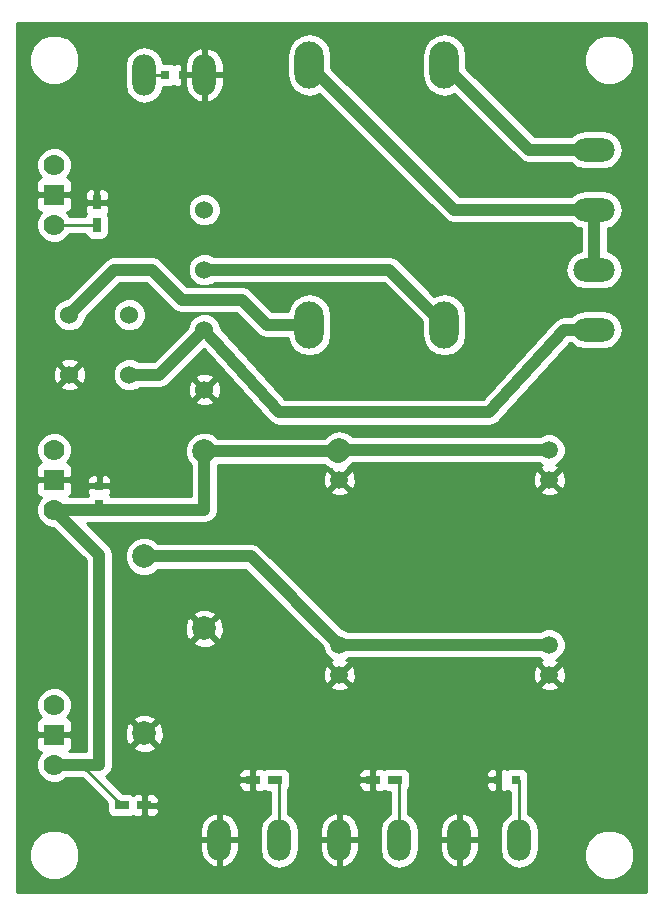
<source format=gbr>
G04 #@! TF.FileFunction,Copper,L2,Bot,Signal*
%FSLAX46Y46*%
G04 Gerber Fmt 4.6, Leading zero omitted, Abs format (unit mm)*
G04 Created by KiCad (PCBNEW (after 2015-mar-04 BZR unknown)-product) date Sat 22 Oct 2016 07:01:29 PM CEST*
%MOMM*%
G01*
G04 APERTURE LIST*
%ADD10C,0.100000*%
%ADD11R,1.200000X0.750000*%
%ADD12R,0.750000X1.200000*%
%ADD13C,1.778000*%
%ADD14R,1.778000X1.778000*%
%ADD15C,1.501140*%
%ADD16C,1.524000*%
%ADD17O,2.499360X4.000500*%
%ADD18O,3.500120X1.998980*%
%ADD19O,1.998980X3.500120*%
%ADD20C,1.998980*%
%ADD21R,0.800000X0.750000*%
%ADD22R,0.750000X0.800000*%
%ADD23C,0.250000*%
%ADD24C,1.000000*%
%ADD25C,2.000000*%
%ADD26C,0.254000*%
G04 APERTURE END LIST*
D10*
D11*
X19700200Y-77089000D03*
X21600200Y-77089000D03*
D12*
X17576800Y-27950200D03*
X17576800Y-26050200D03*
D11*
X32700000Y-74930000D03*
X30800000Y-74930000D03*
X42860000Y-74930000D03*
X40960000Y-74930000D03*
D13*
X13970000Y-73660000D03*
D14*
X13970000Y-71120000D03*
D13*
X13970000Y-68580000D03*
X13970000Y-52070000D03*
D14*
X13970000Y-49530000D03*
D13*
X13970000Y-46990000D03*
X13970000Y-27940000D03*
D14*
X13970000Y-25400000D03*
D13*
X13970000Y-22860000D03*
D15*
X55880000Y-49530000D03*
X55880000Y-46990000D03*
X55880000Y-66040000D03*
X55880000Y-63500000D03*
X38100000Y-49530000D03*
X38100000Y-46990000D03*
X38100000Y-66040000D03*
X38100000Y-63500000D03*
D16*
X26670000Y-26670000D03*
X26670000Y-36830000D03*
X26670000Y-31750000D03*
X26670000Y-41910000D03*
X15240000Y-40640000D03*
X20320000Y-40640000D03*
X20320000Y-35560000D03*
X15240000Y-35560000D03*
D17*
X46990000Y-36400740D03*
X46990000Y-14399260D03*
X35560000Y-36400740D03*
X35560000Y-14399260D03*
D18*
X59690000Y-26670000D03*
X59690000Y-21590000D03*
X59690000Y-36830000D03*
X59690000Y-31750000D03*
D19*
X27940000Y-80010000D03*
X33020000Y-80010000D03*
X38100000Y-80010000D03*
X43180000Y-80010000D03*
X48260000Y-80010000D03*
X53340000Y-80010000D03*
X26670000Y-15240000D03*
X21590000Y-15240000D03*
D20*
X26670000Y-47110000D03*
X26670000Y-62110000D03*
X21590000Y-56000000D03*
X21590000Y-71000000D03*
D21*
X53074000Y-74930000D03*
X51574000Y-74930000D03*
D22*
X17780000Y-51550000D03*
X17780000Y-50050000D03*
D21*
X23380000Y-15240000D03*
X24880000Y-15240000D03*
D23*
X26670000Y-15240000D02*
X24880000Y-15240000D01*
X13970000Y-73660000D02*
X16271200Y-73660000D01*
X16271200Y-73660000D02*
X19700200Y-77089000D01*
D24*
X13970000Y-73660000D02*
X17780000Y-73660000D01*
X17780000Y-55880000D02*
X17780000Y-73660000D01*
X17780000Y-55880000D02*
X13970000Y-52070000D01*
X26670000Y-47110000D02*
X26670000Y-52070000D01*
X26670000Y-52070000D02*
X13970000Y-52070000D01*
X26670000Y-47110000D02*
X37980000Y-47110000D01*
D25*
X37980000Y-47110000D02*
X38100000Y-46990000D01*
D24*
X55880000Y-46990000D02*
X38100000Y-46990000D01*
D23*
X21590000Y-15240000D02*
X23380000Y-15240000D01*
X17260000Y-52070000D02*
X17780000Y-51550000D01*
X13970000Y-52070000D02*
X17260000Y-52070000D01*
D24*
X21590000Y-56000000D02*
X30600000Y-56000000D01*
X30600000Y-56000000D02*
X38100000Y-63500000D01*
X55880000Y-63500000D02*
X38100000Y-63500000D01*
D23*
X17566600Y-27940000D02*
X17576800Y-27950200D01*
X13970000Y-27940000D02*
X17566600Y-27940000D01*
X33020000Y-80010000D02*
X33020000Y-74930000D01*
X43180000Y-74930000D02*
X43180000Y-80010000D01*
X53340000Y-74930000D02*
X53020000Y-74930000D01*
X53340000Y-80010000D02*
X53340000Y-74930000D01*
D24*
X20320000Y-40640000D02*
X22860000Y-40640000D01*
X22860000Y-40640000D02*
X26670000Y-36830000D01*
X59690000Y-36830000D02*
X57150000Y-36830000D01*
X57150000Y-36830000D02*
X50800000Y-43815000D01*
X50800000Y-43815000D02*
X33020000Y-43815000D01*
X33020000Y-43815000D02*
X26670000Y-36830000D01*
X26670000Y-31750000D02*
X42339260Y-31750000D01*
X42339260Y-31750000D02*
X46990000Y-36400740D01*
X35560000Y-36400740D02*
X31955740Y-36400740D01*
X19050000Y-31750000D02*
X15240000Y-35560000D01*
X22225000Y-31750000D02*
X19050000Y-31750000D01*
X24765000Y-34290000D02*
X22225000Y-31750000D01*
X29845000Y-34290000D02*
X24765000Y-34290000D01*
X31955740Y-36400740D02*
X29845000Y-34290000D01*
X59690000Y-21590000D02*
X54180740Y-21590000D01*
X54180740Y-21590000D02*
X46990000Y-14399260D01*
X59690000Y-26670000D02*
X47830740Y-26670000D01*
X47830740Y-26670000D02*
X35560000Y-14399260D01*
X59690000Y-26670000D02*
X59690000Y-31750000D01*
D26*
G36*
X64085000Y-84405000D02*
X63095240Y-84405000D01*
X63095240Y-80857211D01*
X63095240Y-13547211D01*
X62770910Y-12762273D01*
X62170886Y-12161200D01*
X61386515Y-11835501D01*
X60537211Y-11834760D01*
X59752273Y-12159090D01*
X59151200Y-12759114D01*
X58825501Y-13543485D01*
X58824760Y-14392789D01*
X59149090Y-15177727D01*
X59749114Y-15778800D01*
X60533485Y-16104499D01*
X61382789Y-16105240D01*
X62167727Y-15780910D01*
X62768800Y-15180886D01*
X63094499Y-14396515D01*
X63095240Y-13547211D01*
X63095240Y-80857211D01*
X62770910Y-80072273D01*
X62170886Y-79471200D01*
X62121786Y-79450811D01*
X62121786Y-36830000D01*
X62121786Y-31750000D01*
X61997368Y-31124508D01*
X61643055Y-30594241D01*
X61112788Y-30239928D01*
X60825000Y-30182683D01*
X60825000Y-28237316D01*
X61112788Y-28180072D01*
X61643055Y-27825759D01*
X61997368Y-27295492D01*
X62121786Y-26670000D01*
X62121786Y-21590000D01*
X61997368Y-20964508D01*
X61643055Y-20434241D01*
X61112788Y-20079928D01*
X60487296Y-19955510D01*
X58892704Y-19955510D01*
X58267212Y-20079928D01*
X57736945Y-20434241D01*
X57723074Y-20455000D01*
X54650872Y-20455000D01*
X48874680Y-14678808D01*
X48874680Y-13597062D01*
X48731217Y-12875826D01*
X48322670Y-12264392D01*
X47711236Y-11855845D01*
X46990000Y-11712382D01*
X46268764Y-11855845D01*
X45657330Y-12264392D01*
X45248783Y-12875826D01*
X45105320Y-13597062D01*
X45105320Y-15201458D01*
X45248783Y-15922694D01*
X45657330Y-16534128D01*
X46268764Y-16942675D01*
X46990000Y-17086138D01*
X47711236Y-16942675D01*
X47841346Y-16855738D01*
X53378174Y-22392566D01*
X53746394Y-22638603D01*
X53746395Y-22638603D01*
X54180740Y-22725000D01*
X57723074Y-22725000D01*
X57736945Y-22745759D01*
X58267212Y-23100072D01*
X58892704Y-23224490D01*
X60487296Y-23224490D01*
X61112788Y-23100072D01*
X61643055Y-22745759D01*
X61997368Y-22215492D01*
X62121786Y-21590000D01*
X62121786Y-26670000D01*
X61997368Y-26044508D01*
X61643055Y-25514241D01*
X61112788Y-25159928D01*
X60487296Y-25035510D01*
X58892704Y-25035510D01*
X58267212Y-25159928D01*
X57736945Y-25514241D01*
X57723074Y-25535000D01*
X48300871Y-25535000D01*
X37444680Y-14678808D01*
X37444680Y-13597062D01*
X37301217Y-12875826D01*
X36892670Y-12264392D01*
X36281236Y-11855845D01*
X35560000Y-11712382D01*
X34838764Y-11855845D01*
X34227330Y-12264392D01*
X33818783Y-12875826D01*
X33675320Y-13597062D01*
X33675320Y-15201458D01*
X33818783Y-15922694D01*
X34227330Y-16534128D01*
X34838764Y-16942675D01*
X35560000Y-17086138D01*
X36281236Y-16942675D01*
X36411346Y-16855738D01*
X47028174Y-27472566D01*
X47396394Y-27718603D01*
X47396395Y-27718603D01*
X47830740Y-27805000D01*
X57723074Y-27805000D01*
X57736945Y-27825759D01*
X58267212Y-28180072D01*
X58555000Y-28237316D01*
X58555000Y-30182683D01*
X58267212Y-30239928D01*
X57736945Y-30594241D01*
X57382632Y-31124508D01*
X57258214Y-31750000D01*
X57382632Y-32375492D01*
X57736945Y-32905759D01*
X58267212Y-33260072D01*
X58892704Y-33384490D01*
X60487296Y-33384490D01*
X61112788Y-33260072D01*
X61643055Y-32905759D01*
X61997368Y-32375492D01*
X62121786Y-31750000D01*
X62121786Y-36830000D01*
X61997368Y-36204508D01*
X61643055Y-35674241D01*
X61112788Y-35319928D01*
X60487296Y-35195510D01*
X58892704Y-35195510D01*
X58267212Y-35319928D01*
X57736945Y-35674241D01*
X57723074Y-35695000D01*
X57150000Y-35695000D01*
X57123118Y-35700347D01*
X57096014Y-35696285D01*
X56906848Y-35743365D01*
X56715654Y-35781397D01*
X56692865Y-35796623D01*
X56666270Y-35803243D01*
X56509516Y-35919133D01*
X56347434Y-36027434D01*
X56332207Y-36050221D01*
X56310168Y-36066516D01*
X50297909Y-42680000D01*
X48874680Y-42680000D01*
X48874680Y-37202938D01*
X48874680Y-35598542D01*
X48731217Y-34877306D01*
X48322670Y-34265872D01*
X47711236Y-33857325D01*
X46990000Y-33713862D01*
X46268764Y-33857325D01*
X46138653Y-33944261D01*
X43141826Y-30947434D01*
X42773606Y-30701397D01*
X42339260Y-30615000D01*
X28304490Y-30615000D01*
X28304490Y-16117570D01*
X28304490Y-15367000D01*
X28304490Y-15113000D01*
X28304490Y-14362430D01*
X28131471Y-13746605D01*
X27735956Y-13243868D01*
X27178159Y-12930757D01*
X27050354Y-12899811D01*
X26797000Y-13019165D01*
X26797000Y-15113000D01*
X28304490Y-15113000D01*
X28304490Y-15367000D01*
X26797000Y-15367000D01*
X26797000Y-17460835D01*
X27050354Y-17580189D01*
X27178159Y-17549243D01*
X27735956Y-17236132D01*
X28131471Y-16733395D01*
X28304490Y-16117570D01*
X28304490Y-30615000D01*
X28067242Y-30615000D01*
X28067242Y-26393339D01*
X27855010Y-25879697D01*
X27462370Y-25486371D01*
X26949100Y-25273243D01*
X26543000Y-25272888D01*
X26543000Y-17460835D01*
X26543000Y-15367000D01*
X26543000Y-15113000D01*
X26543000Y-13019165D01*
X26289646Y-12899811D01*
X26161841Y-12930757D01*
X25604044Y-13243868D01*
X25208529Y-13746605D01*
X25036365Y-14359384D01*
X25007000Y-14388750D01*
X25007000Y-15113000D01*
X25035510Y-15113000D01*
X25756250Y-15113000D01*
X26543000Y-15113000D01*
X26543000Y-15367000D01*
X25756250Y-15367000D01*
X25035510Y-15367000D01*
X25007000Y-15367000D01*
X25007000Y-16091250D01*
X25036365Y-16120615D01*
X25208529Y-16733395D01*
X25604044Y-17236132D01*
X26161841Y-17549243D01*
X26289646Y-17580189D01*
X26543000Y-17460835D01*
X26543000Y-25272888D01*
X26393339Y-25272758D01*
X25879697Y-25484990D01*
X25486371Y-25877630D01*
X25273243Y-26390900D01*
X25272758Y-26946661D01*
X25484990Y-27460303D01*
X25877630Y-27853629D01*
X26390900Y-28066757D01*
X26946661Y-28067242D01*
X27460303Y-27855010D01*
X27853629Y-27462370D01*
X28066757Y-26949100D01*
X28067242Y-26393339D01*
X28067242Y-30615000D01*
X27510914Y-30615000D01*
X27462370Y-30566371D01*
X26949100Y-30353243D01*
X26393339Y-30352758D01*
X25879697Y-30564990D01*
X25486371Y-30957630D01*
X25273243Y-31470900D01*
X25272758Y-32026661D01*
X25484990Y-32540303D01*
X25877630Y-32933629D01*
X26390900Y-33146757D01*
X26946661Y-33147242D01*
X27460303Y-32935010D01*
X27510400Y-32885000D01*
X41869128Y-32885000D01*
X45105320Y-36121192D01*
X45105320Y-37202938D01*
X45248783Y-37924174D01*
X45657330Y-38535608D01*
X46268764Y-38944155D01*
X46990000Y-39087618D01*
X47711236Y-38944155D01*
X48322670Y-38535608D01*
X48731217Y-37924174D01*
X48874680Y-37202938D01*
X48874680Y-42680000D01*
X37444680Y-42680000D01*
X37444680Y-37202938D01*
X37444680Y-35598542D01*
X37301217Y-34877306D01*
X36892670Y-34265872D01*
X36281236Y-33857325D01*
X35560000Y-33713862D01*
X34838764Y-33857325D01*
X34227330Y-34265872D01*
X33818783Y-34877306D01*
X33741518Y-35265740D01*
X32425872Y-35265740D01*
X30647566Y-33487434D01*
X30279346Y-33241397D01*
X29845000Y-33155000D01*
X25235132Y-33155000D01*
X24753000Y-32672868D01*
X24753000Y-16091250D01*
X24753000Y-15367000D01*
X24733000Y-15367000D01*
X24733000Y-15113000D01*
X24753000Y-15113000D01*
X24753000Y-14388750D01*
X24594250Y-14230000D01*
X24353691Y-14230000D01*
X24120302Y-14326673D01*
X24119019Y-14327955D01*
X24029640Y-14267623D01*
X23780000Y-14217560D01*
X23179706Y-14217560D01*
X23100072Y-13817212D01*
X22745759Y-13286945D01*
X22215492Y-12932632D01*
X21590000Y-12808214D01*
X20964508Y-12932632D01*
X20434241Y-13286945D01*
X20079928Y-13817212D01*
X19955510Y-14442704D01*
X19955510Y-16037296D01*
X20079928Y-16662788D01*
X20434241Y-17193055D01*
X20964508Y-17547368D01*
X21590000Y-17671786D01*
X22215492Y-17547368D01*
X22745759Y-17193055D01*
X23100072Y-16662788D01*
X23179706Y-16262440D01*
X23780000Y-16262440D01*
X24022123Y-16215463D01*
X24118879Y-16151904D01*
X24120302Y-16153327D01*
X24353691Y-16250000D01*
X24594250Y-16250000D01*
X24753000Y-16091250D01*
X24753000Y-32672868D01*
X23027566Y-30947434D01*
X22659346Y-30701397D01*
X22225000Y-30615000D01*
X19050000Y-30615000D01*
X18615655Y-30701396D01*
X18599240Y-30712364D01*
X18599240Y-28550200D01*
X18599240Y-27350200D01*
X18552263Y-27108077D01*
X18488704Y-27011320D01*
X18490127Y-27009898D01*
X18586800Y-26776509D01*
X18586800Y-26335950D01*
X18586800Y-25764450D01*
X18586800Y-25323891D01*
X18490127Y-25090502D01*
X18311499Y-24911873D01*
X18078110Y-24815200D01*
X17862550Y-24815200D01*
X17703800Y-24973950D01*
X17703800Y-25923200D01*
X18428050Y-25923200D01*
X18586800Y-25764450D01*
X18586800Y-26335950D01*
X18428050Y-26177200D01*
X17703800Y-26177200D01*
X17703800Y-26197200D01*
X17449800Y-26197200D01*
X17449800Y-26177200D01*
X17449800Y-25923200D01*
X17449800Y-24973950D01*
X17291050Y-24815200D01*
X17075490Y-24815200D01*
X16842101Y-24911873D01*
X16663473Y-25090502D01*
X16566800Y-25323891D01*
X16566800Y-25764450D01*
X16725550Y-25923200D01*
X17449800Y-25923200D01*
X17449800Y-26177200D01*
X16725550Y-26177200D01*
X16566800Y-26335950D01*
X16566800Y-26776509D01*
X16663473Y-27009898D01*
X16664755Y-27011180D01*
X16604423Y-27100560D01*
X16588492Y-27180000D01*
X16105240Y-27180000D01*
X16105240Y-13547211D01*
X15780910Y-12762273D01*
X15180886Y-12161200D01*
X14396515Y-11835501D01*
X13547211Y-11834760D01*
X12762273Y-12159090D01*
X12161200Y-12759114D01*
X11835501Y-13543485D01*
X11834760Y-14392789D01*
X12159090Y-15177727D01*
X12759114Y-15778800D01*
X13543485Y-16104499D01*
X14392789Y-16105240D01*
X15177727Y-15780910D01*
X15778800Y-15180886D01*
X16104499Y-14396515D01*
X16105240Y-13547211D01*
X16105240Y-27180000D01*
X15494264Y-27180000D01*
X15494264Y-22558188D01*
X15262738Y-21997851D01*
X14834404Y-21568769D01*
X14274472Y-21336265D01*
X13668188Y-21335736D01*
X13107851Y-21567262D01*
X12678769Y-21995596D01*
X12446265Y-22555528D01*
X12445736Y-23161812D01*
X12677262Y-23722149D01*
X12867073Y-23912292D01*
X12721302Y-23972673D01*
X12542673Y-24151301D01*
X12446000Y-24384690D01*
X12446000Y-24637309D01*
X12446000Y-25114250D01*
X12604750Y-25273000D01*
X13843000Y-25273000D01*
X13843000Y-25253000D01*
X14097000Y-25253000D01*
X14097000Y-25273000D01*
X15335250Y-25273000D01*
X15494000Y-25114250D01*
X15494000Y-24637309D01*
X15494000Y-24384690D01*
X15397327Y-24151301D01*
X15218698Y-23972673D01*
X15072988Y-23912318D01*
X15261231Y-23724404D01*
X15493735Y-23164472D01*
X15494264Y-22558188D01*
X15494264Y-27180000D01*
X15304945Y-27180000D01*
X15262738Y-27077851D01*
X15072926Y-26887707D01*
X15218698Y-26827327D01*
X15397327Y-26648699D01*
X15494000Y-26415310D01*
X15494000Y-26162691D01*
X15494000Y-25685750D01*
X15335250Y-25527000D01*
X14097000Y-25527000D01*
X14097000Y-25547000D01*
X13843000Y-25547000D01*
X13843000Y-25527000D01*
X12604750Y-25527000D01*
X12446000Y-25685750D01*
X12446000Y-26162691D01*
X12446000Y-26415310D01*
X12542673Y-26648699D01*
X12721302Y-26827327D01*
X12867011Y-26887681D01*
X12678769Y-27075596D01*
X12446265Y-27635528D01*
X12445736Y-28241812D01*
X12677262Y-28802149D01*
X13105596Y-29231231D01*
X13665528Y-29463735D01*
X14271812Y-29464264D01*
X14832149Y-29232738D01*
X15261231Y-28804404D01*
X15304583Y-28700000D01*
X16583424Y-28700000D01*
X16601337Y-28792323D01*
X16741127Y-29005127D01*
X16952160Y-29147577D01*
X17201800Y-29197640D01*
X17951800Y-29197640D01*
X18193923Y-29150663D01*
X18406727Y-29010873D01*
X18549177Y-28799840D01*
X18599240Y-28550200D01*
X18599240Y-30712364D01*
X18247434Y-30947434D01*
X15032050Y-34162817D01*
X14963339Y-34162758D01*
X14449697Y-34374990D01*
X14056371Y-34767630D01*
X13843243Y-35280900D01*
X13842758Y-35836661D01*
X14054990Y-36350303D01*
X14447630Y-36743629D01*
X14960900Y-36956757D01*
X15516661Y-36957242D01*
X16030303Y-36745010D01*
X16423629Y-36352370D01*
X16636757Y-35839100D01*
X16636818Y-35768313D01*
X19520132Y-32885000D01*
X21754867Y-32885000D01*
X23962433Y-35092566D01*
X23962434Y-35092566D01*
X24330654Y-35338603D01*
X24765000Y-35425000D01*
X29374868Y-35425000D01*
X31153174Y-37203306D01*
X31521394Y-37449343D01*
X31521395Y-37449343D01*
X31955740Y-37535740D01*
X33741518Y-37535740D01*
X33818783Y-37924174D01*
X34227330Y-38535608D01*
X34838764Y-38944155D01*
X35560000Y-39087618D01*
X36281236Y-38944155D01*
X36892670Y-38535608D01*
X37301217Y-37924174D01*
X37444680Y-37202938D01*
X37444680Y-42680000D01*
X33522089Y-42680000D01*
X28067131Y-36679545D01*
X28067242Y-36553339D01*
X27855010Y-36039697D01*
X27462370Y-35646371D01*
X26949100Y-35433243D01*
X26393339Y-35432758D01*
X25879697Y-35644990D01*
X25486371Y-36037630D01*
X25273243Y-36550900D01*
X25273181Y-36621686D01*
X22389868Y-39505000D01*
X21717242Y-39505000D01*
X21717242Y-35283339D01*
X21505010Y-34769697D01*
X21112370Y-34376371D01*
X20599100Y-34163243D01*
X20043339Y-34162758D01*
X19529697Y-34374990D01*
X19136371Y-34767630D01*
X18923243Y-35280900D01*
X18922758Y-35836661D01*
X19134990Y-36350303D01*
X19527630Y-36743629D01*
X20040900Y-36956757D01*
X20596661Y-36957242D01*
X21110303Y-36745010D01*
X21503629Y-36352370D01*
X21716757Y-35839100D01*
X21717242Y-35283339D01*
X21717242Y-39505000D01*
X21160914Y-39505000D01*
X21112370Y-39456371D01*
X20599100Y-39243243D01*
X20043339Y-39242758D01*
X19529697Y-39454990D01*
X19136371Y-39847630D01*
X18923243Y-40360900D01*
X18922758Y-40916661D01*
X19134990Y-41430303D01*
X19527630Y-41823629D01*
X20040900Y-42036757D01*
X20596661Y-42037242D01*
X21110303Y-41825010D01*
X21160400Y-41775000D01*
X22860000Y-41775000D01*
X23294345Y-41688603D01*
X23294346Y-41688603D01*
X23662566Y-41442566D01*
X26630872Y-38474259D01*
X32180168Y-44578484D01*
X32202207Y-44594778D01*
X32217434Y-44617566D01*
X32379516Y-44725866D01*
X32536270Y-44841757D01*
X32562865Y-44848376D01*
X32585654Y-44863603D01*
X32776848Y-44901634D01*
X32966014Y-44948715D01*
X32993118Y-44944652D01*
X33020000Y-44950000D01*
X50800000Y-44950000D01*
X50826881Y-44944652D01*
X50853986Y-44948715D01*
X51043153Y-44901633D01*
X51234346Y-44863603D01*
X51257133Y-44848376D01*
X51283731Y-44841757D01*
X51440488Y-44725862D01*
X51602566Y-44617566D01*
X51617792Y-44594778D01*
X51639832Y-44578484D01*
X57652089Y-37965000D01*
X57723074Y-37965000D01*
X57736945Y-37985759D01*
X58267212Y-38340072D01*
X58892704Y-38464490D01*
X60487296Y-38464490D01*
X61112788Y-38340072D01*
X61643055Y-37985759D01*
X61997368Y-37455492D01*
X62121786Y-36830000D01*
X62121786Y-79450811D01*
X61386515Y-79145501D01*
X60537211Y-79144760D01*
X59752273Y-79469090D01*
X59151200Y-80069114D01*
X58825501Y-80853485D01*
X58824760Y-81702789D01*
X59149090Y-82487727D01*
X59749114Y-83088800D01*
X60533485Y-83414499D01*
X61382789Y-83415240D01*
X62167727Y-83090910D01*
X62768800Y-82490886D01*
X63094499Y-81706515D01*
X63095240Y-80857211D01*
X63095240Y-84405000D01*
X57277767Y-84405000D01*
X57277767Y-66244966D01*
X57277767Y-49734966D01*
X57265810Y-49499561D01*
X57265810Y-46715602D01*
X57055314Y-46206163D01*
X56665887Y-45816056D01*
X56156816Y-45604671D01*
X55605602Y-45604190D01*
X55096163Y-45814686D01*
X55055778Y-45855000D01*
X39270231Y-45855000D01*
X39256120Y-45833880D01*
X38725688Y-45479457D01*
X38100000Y-45354999D01*
X37474313Y-45479457D01*
X36943881Y-45833880D01*
X36823880Y-45953880D01*
X36809768Y-45975000D01*
X28079144Y-45975000D01*
X28079144Y-42117698D01*
X28051362Y-41562632D01*
X27892397Y-41178857D01*
X27650213Y-41109392D01*
X27470608Y-41288997D01*
X27470608Y-40929787D01*
X27401143Y-40687603D01*
X26877698Y-40500856D01*
X26322632Y-40528638D01*
X25938857Y-40687603D01*
X25869392Y-40929787D01*
X26670000Y-41730395D01*
X27470608Y-40929787D01*
X27470608Y-41288997D01*
X26849605Y-41910000D01*
X27650213Y-42710608D01*
X27892397Y-42641143D01*
X28079144Y-42117698D01*
X28079144Y-45975000D01*
X27846483Y-45975000D01*
X27597073Y-45725154D01*
X27470608Y-45672641D01*
X27470608Y-42890213D01*
X26670000Y-42089605D01*
X26490395Y-42269210D01*
X26490395Y-41910000D01*
X25689787Y-41109392D01*
X25447603Y-41178857D01*
X25260856Y-41702302D01*
X25288638Y-42257368D01*
X25447603Y-42641143D01*
X25689787Y-42710608D01*
X26490395Y-41910000D01*
X26490395Y-42269210D01*
X25869392Y-42890213D01*
X25938857Y-43132397D01*
X26462302Y-43319144D01*
X27017368Y-43291362D01*
X27401143Y-43132397D01*
X27470608Y-42890213D01*
X27470608Y-45672641D01*
X26996547Y-45475794D01*
X26346306Y-45475226D01*
X25745345Y-45723538D01*
X25285154Y-46182927D01*
X25035794Y-46783453D01*
X25035226Y-47433694D01*
X25283538Y-48034655D01*
X25535000Y-48286556D01*
X25535000Y-50935000D01*
X18760725Y-50935000D01*
X18755463Y-50907877D01*
X18691904Y-50811120D01*
X18693327Y-50809698D01*
X18790000Y-50576309D01*
X18790000Y-50335750D01*
X18790000Y-49764250D01*
X18790000Y-49523691D01*
X18693327Y-49290302D01*
X18514699Y-49111673D01*
X18281310Y-49015000D01*
X18065750Y-49015000D01*
X17907000Y-49173750D01*
X17907000Y-49923000D01*
X18631250Y-49923000D01*
X18790000Y-49764250D01*
X18790000Y-50335750D01*
X18631250Y-50177000D01*
X17907000Y-50177000D01*
X17907000Y-50197000D01*
X17653000Y-50197000D01*
X17653000Y-50177000D01*
X17653000Y-49923000D01*
X17653000Y-49173750D01*
X17494250Y-49015000D01*
X17278690Y-49015000D01*
X17045301Y-49111673D01*
X16866673Y-49290302D01*
X16770000Y-49523691D01*
X16770000Y-49764250D01*
X16928750Y-49923000D01*
X17653000Y-49923000D01*
X17653000Y-50177000D01*
X16928750Y-50177000D01*
X16770000Y-50335750D01*
X16770000Y-50576309D01*
X16866673Y-50809698D01*
X16867955Y-50810980D01*
X16807623Y-50900360D01*
X16800676Y-50935000D01*
X16649144Y-50935000D01*
X16649144Y-40847698D01*
X16621362Y-40292632D01*
X16462397Y-39908857D01*
X16220213Y-39839392D01*
X16040608Y-40018997D01*
X16040608Y-39659787D01*
X15971143Y-39417603D01*
X15447698Y-39230856D01*
X14892632Y-39258638D01*
X14508857Y-39417603D01*
X14439392Y-39659787D01*
X15240000Y-40460395D01*
X16040608Y-39659787D01*
X16040608Y-40018997D01*
X15419605Y-40640000D01*
X16220213Y-41440608D01*
X16462397Y-41371143D01*
X16649144Y-40847698D01*
X16649144Y-50935000D01*
X16040608Y-50935000D01*
X16040608Y-41620213D01*
X15240000Y-40819605D01*
X15060395Y-40999210D01*
X15060395Y-40640000D01*
X14259787Y-39839392D01*
X14017603Y-39908857D01*
X13830856Y-40432302D01*
X13858638Y-40987368D01*
X14017603Y-41371143D01*
X14259787Y-41440608D01*
X15060395Y-40640000D01*
X15060395Y-40999210D01*
X14439392Y-41620213D01*
X14508857Y-41862397D01*
X15032302Y-42049144D01*
X15587368Y-42021362D01*
X15971143Y-41862397D01*
X16040608Y-41620213D01*
X16040608Y-50935000D01*
X15494264Y-50935000D01*
X15494264Y-46688188D01*
X15262738Y-46127851D01*
X14834404Y-45698769D01*
X14274472Y-45466265D01*
X13668188Y-45465736D01*
X13107851Y-45697262D01*
X12678769Y-46125596D01*
X12446265Y-46685528D01*
X12445736Y-47291812D01*
X12677262Y-47852149D01*
X12867073Y-48042292D01*
X12721302Y-48102673D01*
X12542673Y-48281301D01*
X12446000Y-48514690D01*
X12446000Y-48767309D01*
X12446000Y-49244250D01*
X12604750Y-49403000D01*
X13843000Y-49403000D01*
X13843000Y-49383000D01*
X14097000Y-49383000D01*
X14097000Y-49403000D01*
X15335250Y-49403000D01*
X15494000Y-49244250D01*
X15494000Y-48767309D01*
X15494000Y-48514690D01*
X15397327Y-48281301D01*
X15218698Y-48102673D01*
X15072988Y-48042318D01*
X15261231Y-47854404D01*
X15493735Y-47294472D01*
X15494264Y-46688188D01*
X15494264Y-50935000D01*
X15241025Y-50935000D01*
X15397327Y-50778699D01*
X15494000Y-50545310D01*
X15494000Y-50292691D01*
X15494000Y-49815750D01*
X15335250Y-49657000D01*
X14097000Y-49657000D01*
X14097000Y-49677000D01*
X13843000Y-49677000D01*
X13843000Y-49657000D01*
X12604750Y-49657000D01*
X12446000Y-49815750D01*
X12446000Y-50292691D01*
X12446000Y-50545310D01*
X12542673Y-50778699D01*
X12721302Y-50957327D01*
X12867011Y-51017681D01*
X12678769Y-51205596D01*
X12446265Y-51765528D01*
X12445736Y-52371812D01*
X12677262Y-52932149D01*
X13105596Y-53361231D01*
X13665528Y-53593735D01*
X13888797Y-53593929D01*
X16645000Y-56350132D01*
X16645000Y-72525000D01*
X15494264Y-72525000D01*
X15494264Y-68278188D01*
X15262738Y-67717851D01*
X14834404Y-67288769D01*
X14274472Y-67056265D01*
X13668188Y-67055736D01*
X13107851Y-67287262D01*
X12678769Y-67715596D01*
X12446265Y-68275528D01*
X12445736Y-68881812D01*
X12677262Y-69442149D01*
X12867073Y-69632292D01*
X12721302Y-69692673D01*
X12542673Y-69871301D01*
X12446000Y-70104690D01*
X12446000Y-70357309D01*
X12446000Y-70834250D01*
X12604750Y-70993000D01*
X13843000Y-70993000D01*
X13843000Y-70973000D01*
X14097000Y-70973000D01*
X14097000Y-70993000D01*
X15335250Y-70993000D01*
X15494000Y-70834250D01*
X15494000Y-70357309D01*
X15494000Y-70104690D01*
X15397327Y-69871301D01*
X15218698Y-69692673D01*
X15072988Y-69632318D01*
X15261231Y-69444404D01*
X15493735Y-68884472D01*
X15494264Y-68278188D01*
X15494264Y-72525000D01*
X15241025Y-72525000D01*
X15397327Y-72368699D01*
X15494000Y-72135310D01*
X15494000Y-71882691D01*
X15494000Y-71405750D01*
X15335250Y-71247000D01*
X14097000Y-71247000D01*
X14097000Y-71267000D01*
X13843000Y-71267000D01*
X13843000Y-71247000D01*
X12604750Y-71247000D01*
X12446000Y-71405750D01*
X12446000Y-71882691D01*
X12446000Y-72135310D01*
X12542673Y-72368699D01*
X12721302Y-72547327D01*
X12867011Y-72607681D01*
X12678769Y-72795596D01*
X12446265Y-73355528D01*
X12445736Y-73961812D01*
X12677262Y-74522149D01*
X13105596Y-74951231D01*
X13665528Y-75183735D01*
X14271812Y-75184264D01*
X14832149Y-74952738D01*
X14990162Y-74795000D01*
X16331398Y-74795000D01*
X18452760Y-76916362D01*
X18452760Y-77464000D01*
X18499737Y-77706123D01*
X18639527Y-77918927D01*
X18850560Y-78061377D01*
X19100200Y-78111440D01*
X20300200Y-78111440D01*
X20542323Y-78064463D01*
X20639079Y-78000904D01*
X20640502Y-78002327D01*
X20873891Y-78099000D01*
X21314450Y-78099000D01*
X21473200Y-77940250D01*
X21473200Y-77216000D01*
X21453200Y-77216000D01*
X21453200Y-76962000D01*
X21473200Y-76962000D01*
X21473200Y-76237750D01*
X21314450Y-76079000D01*
X20873891Y-76079000D01*
X20640502Y-76175673D01*
X20639219Y-76176955D01*
X20549840Y-76116623D01*
X20300200Y-76066560D01*
X19752562Y-76066560D01*
X18322403Y-74636401D01*
X18582566Y-74462566D01*
X18828603Y-74094346D01*
X18915000Y-73660000D01*
X18915000Y-55880000D01*
X18828604Y-55445655D01*
X18828603Y-55445654D01*
X18582566Y-55077434D01*
X16710132Y-53205000D01*
X26670000Y-53205000D01*
X27104346Y-53118603D01*
X27472566Y-52872566D01*
X27718603Y-52504346D01*
X27805000Y-52070000D01*
X27805000Y-48286483D01*
X27846556Y-48245000D01*
X36809768Y-48245000D01*
X36823880Y-48266120D01*
X37354312Y-48620543D01*
X37374080Y-48624475D01*
X38100000Y-49350395D01*
X38892325Y-48558070D01*
X38861665Y-48449504D01*
X39136120Y-48266120D01*
X39256120Y-48146119D01*
X39270231Y-48125000D01*
X55055236Y-48125000D01*
X55094113Y-48163944D01*
X55309496Y-48253378D01*
X55155735Y-48317069D01*
X55087675Y-48558070D01*
X55880000Y-49350395D01*
X56672325Y-48558070D01*
X56604265Y-48317069D01*
X56438959Y-48258231D01*
X56663837Y-48165314D01*
X57053944Y-47775887D01*
X57265329Y-47266816D01*
X57265810Y-46715602D01*
X57265810Y-49499561D01*
X57249805Y-49184462D01*
X57092931Y-48805735D01*
X56851930Y-48737675D01*
X56059605Y-49530000D01*
X56851930Y-50322325D01*
X57092931Y-50254265D01*
X57277767Y-49734966D01*
X57277767Y-66244966D01*
X57265810Y-66009561D01*
X57265810Y-63225602D01*
X57055314Y-62716163D01*
X56672325Y-62332505D01*
X56672325Y-50501930D01*
X55880000Y-49709605D01*
X55700395Y-49889210D01*
X55700395Y-49530000D01*
X54908070Y-48737675D01*
X54667069Y-48805735D01*
X54482233Y-49325034D01*
X54510195Y-49875538D01*
X54667069Y-50254265D01*
X54908070Y-50322325D01*
X55700395Y-49530000D01*
X55700395Y-49889210D01*
X55087675Y-50501930D01*
X55155735Y-50742931D01*
X55675034Y-50927767D01*
X56225538Y-50899805D01*
X56604265Y-50742931D01*
X56672325Y-50501930D01*
X56672325Y-62332505D01*
X56665887Y-62326056D01*
X56156816Y-62114671D01*
X55605602Y-62114190D01*
X55096163Y-62324686D01*
X55055778Y-62365000D01*
X39497767Y-62365000D01*
X39497767Y-49734966D01*
X39469805Y-49184462D01*
X39312931Y-48805735D01*
X39071930Y-48737675D01*
X38279605Y-49530000D01*
X39071930Y-50322325D01*
X39312931Y-50254265D01*
X39497767Y-49734966D01*
X39497767Y-62365000D01*
X38924763Y-62365000D01*
X38892325Y-62332505D01*
X38892325Y-50501930D01*
X38100000Y-49709605D01*
X37920395Y-49889210D01*
X37920395Y-49530000D01*
X37128070Y-48737675D01*
X36887069Y-48805735D01*
X36702233Y-49325034D01*
X36730195Y-49875538D01*
X36887069Y-50254265D01*
X37128070Y-50322325D01*
X37920395Y-49530000D01*
X37920395Y-49889210D01*
X37307675Y-50501930D01*
X37375735Y-50742931D01*
X37895034Y-50927767D01*
X38445538Y-50899805D01*
X38824265Y-50742931D01*
X38892325Y-50501930D01*
X38892325Y-62332505D01*
X38885887Y-62326056D01*
X38376816Y-62114671D01*
X38319753Y-62114621D01*
X31402566Y-55197434D01*
X31034346Y-54951397D01*
X30600000Y-54865000D01*
X22766483Y-54865000D01*
X22517073Y-54615154D01*
X21916547Y-54365794D01*
X21266306Y-54365226D01*
X20665345Y-54613538D01*
X20205154Y-55072927D01*
X19955794Y-55673453D01*
X19955226Y-56323694D01*
X20203538Y-56924655D01*
X20662927Y-57384846D01*
X21263453Y-57634206D01*
X21913694Y-57634774D01*
X22514655Y-57386462D01*
X22766556Y-57135000D01*
X30129868Y-57135000D01*
X36714238Y-63719370D01*
X36714190Y-63774398D01*
X36924686Y-64283837D01*
X37314113Y-64673944D01*
X37529496Y-64763378D01*
X37375735Y-64827069D01*
X37307675Y-65068070D01*
X38100000Y-65860395D01*
X38892325Y-65068070D01*
X38824265Y-64827069D01*
X38658959Y-64768231D01*
X38883837Y-64675314D01*
X38924221Y-64635000D01*
X55055236Y-64635000D01*
X55094113Y-64673944D01*
X55309496Y-64763378D01*
X55155735Y-64827069D01*
X55087675Y-65068070D01*
X55880000Y-65860395D01*
X56672325Y-65068070D01*
X56604265Y-64827069D01*
X56438959Y-64768231D01*
X56663837Y-64675314D01*
X57053944Y-64285887D01*
X57265329Y-63776816D01*
X57265810Y-63225602D01*
X57265810Y-66009561D01*
X57249805Y-65694462D01*
X57092931Y-65315735D01*
X56851930Y-65247675D01*
X56059605Y-66040000D01*
X56851930Y-66832325D01*
X57092931Y-66764265D01*
X57277767Y-66244966D01*
X57277767Y-84405000D01*
X56672325Y-84405000D01*
X56672325Y-67011930D01*
X55880000Y-66219605D01*
X55700395Y-66399210D01*
X55700395Y-66040000D01*
X54908070Y-65247675D01*
X54667069Y-65315735D01*
X54482233Y-65835034D01*
X54510195Y-66385538D01*
X54667069Y-66764265D01*
X54908070Y-66832325D01*
X55700395Y-66040000D01*
X55700395Y-66399210D01*
X55087675Y-67011930D01*
X55155735Y-67252931D01*
X55675034Y-67437767D01*
X56225538Y-67409805D01*
X56604265Y-67252931D01*
X56672325Y-67011930D01*
X56672325Y-84405000D01*
X54974490Y-84405000D01*
X54974490Y-80807296D01*
X54974490Y-79212704D01*
X54850072Y-78587212D01*
X54495759Y-78056945D01*
X54100000Y-77792507D01*
X54100000Y-75411910D01*
X54121440Y-75305000D01*
X54121440Y-74555000D01*
X54074463Y-74312877D01*
X53934673Y-74100073D01*
X53723640Y-73957623D01*
X53474000Y-73907560D01*
X52674000Y-73907560D01*
X52431877Y-73954537D01*
X52335120Y-74018095D01*
X52333698Y-74016673D01*
X52100309Y-73920000D01*
X51859750Y-73920000D01*
X51701000Y-74078750D01*
X51701000Y-74803000D01*
X51721000Y-74803000D01*
X51721000Y-75057000D01*
X51701000Y-75057000D01*
X51701000Y-75781250D01*
X51859750Y-75940000D01*
X52100309Y-75940000D01*
X52333698Y-75843327D01*
X52334980Y-75842044D01*
X52424360Y-75902377D01*
X52580000Y-75933589D01*
X52580000Y-77792507D01*
X52184241Y-78056945D01*
X51829928Y-78587212D01*
X51705510Y-79212704D01*
X51705510Y-80807296D01*
X51829928Y-81432788D01*
X52184241Y-81963055D01*
X52714508Y-82317368D01*
X53340000Y-82441786D01*
X53965492Y-82317368D01*
X54495759Y-81963055D01*
X54850072Y-81432788D01*
X54974490Y-80807296D01*
X54974490Y-84405000D01*
X51447000Y-84405000D01*
X51447000Y-75781250D01*
X51447000Y-75057000D01*
X51447000Y-74803000D01*
X51447000Y-74078750D01*
X51288250Y-73920000D01*
X51047691Y-73920000D01*
X50814302Y-74016673D01*
X50635673Y-74195301D01*
X50539000Y-74428690D01*
X50539000Y-74644250D01*
X50697750Y-74803000D01*
X51447000Y-74803000D01*
X51447000Y-75057000D01*
X50697750Y-75057000D01*
X50539000Y-75215750D01*
X50539000Y-75431310D01*
X50635673Y-75664699D01*
X50814302Y-75843327D01*
X51047691Y-75940000D01*
X51288250Y-75940000D01*
X51447000Y-75781250D01*
X51447000Y-84405000D01*
X49894490Y-84405000D01*
X49894490Y-80887570D01*
X49894490Y-80137000D01*
X49894490Y-79883000D01*
X49894490Y-79132430D01*
X49721471Y-78516605D01*
X49325956Y-78013868D01*
X48768159Y-77700757D01*
X48640354Y-77669811D01*
X48387000Y-77789165D01*
X48387000Y-79883000D01*
X49894490Y-79883000D01*
X49894490Y-80137000D01*
X48387000Y-80137000D01*
X48387000Y-82230835D01*
X48640354Y-82350189D01*
X48768159Y-82319243D01*
X49325956Y-82006132D01*
X49721471Y-81503395D01*
X49894490Y-80887570D01*
X49894490Y-84405000D01*
X48133000Y-84405000D01*
X48133000Y-82230835D01*
X48133000Y-80137000D01*
X48133000Y-79883000D01*
X48133000Y-77789165D01*
X47879646Y-77669811D01*
X47751841Y-77700757D01*
X47194044Y-78013868D01*
X46798529Y-78516605D01*
X46625510Y-79132430D01*
X46625510Y-79883000D01*
X48133000Y-79883000D01*
X48133000Y-80137000D01*
X46625510Y-80137000D01*
X46625510Y-80887570D01*
X46798529Y-81503395D01*
X47194044Y-82006132D01*
X47751841Y-82319243D01*
X47879646Y-82350189D01*
X48133000Y-82230835D01*
X48133000Y-84405000D01*
X44814490Y-84405000D01*
X44814490Y-80807296D01*
X44814490Y-79212704D01*
X44690072Y-78587212D01*
X44335759Y-78056945D01*
X43940000Y-77792507D01*
X43940000Y-75728528D01*
X44057377Y-75554640D01*
X44107440Y-75305000D01*
X44107440Y-74555000D01*
X44060463Y-74312877D01*
X43920673Y-74100073D01*
X43709640Y-73957623D01*
X43460000Y-73907560D01*
X42260000Y-73907560D01*
X42017877Y-73954537D01*
X41921120Y-74018095D01*
X41919698Y-74016673D01*
X41686309Y-73920000D01*
X41245750Y-73920000D01*
X41087000Y-74078750D01*
X41087000Y-74803000D01*
X41107000Y-74803000D01*
X41107000Y-75057000D01*
X41087000Y-75057000D01*
X41087000Y-75781250D01*
X41245750Y-75940000D01*
X41686309Y-75940000D01*
X41919698Y-75843327D01*
X41920980Y-75842044D01*
X42010360Y-75902377D01*
X42260000Y-75952440D01*
X42420000Y-75952440D01*
X42420000Y-77792507D01*
X42024241Y-78056945D01*
X41669928Y-78587212D01*
X41545510Y-79212704D01*
X41545510Y-80807296D01*
X41669928Y-81432788D01*
X42024241Y-81963055D01*
X42554508Y-82317368D01*
X43180000Y-82441786D01*
X43805492Y-82317368D01*
X44335759Y-81963055D01*
X44690072Y-81432788D01*
X44814490Y-80807296D01*
X44814490Y-84405000D01*
X40833000Y-84405000D01*
X40833000Y-75781250D01*
X40833000Y-75057000D01*
X40833000Y-74803000D01*
X40833000Y-74078750D01*
X40674250Y-73920000D01*
X40233691Y-73920000D01*
X40000302Y-74016673D01*
X39821673Y-74195301D01*
X39725000Y-74428690D01*
X39725000Y-74644250D01*
X39883750Y-74803000D01*
X40833000Y-74803000D01*
X40833000Y-75057000D01*
X39883750Y-75057000D01*
X39725000Y-75215750D01*
X39725000Y-75431310D01*
X39821673Y-75664699D01*
X40000302Y-75843327D01*
X40233691Y-75940000D01*
X40674250Y-75940000D01*
X40833000Y-75781250D01*
X40833000Y-84405000D01*
X39734490Y-84405000D01*
X39734490Y-80887570D01*
X39734490Y-80137000D01*
X39734490Y-79883000D01*
X39734490Y-79132430D01*
X39561471Y-78516605D01*
X39497767Y-78435631D01*
X39497767Y-66244966D01*
X39469805Y-65694462D01*
X39312931Y-65315735D01*
X39071930Y-65247675D01*
X38279605Y-66040000D01*
X39071930Y-66832325D01*
X39312931Y-66764265D01*
X39497767Y-66244966D01*
X39497767Y-78435631D01*
X39165956Y-78013868D01*
X38892325Y-77860269D01*
X38892325Y-67011930D01*
X38100000Y-66219605D01*
X37920395Y-66399210D01*
X37920395Y-66040000D01*
X37128070Y-65247675D01*
X36887069Y-65315735D01*
X36702233Y-65835034D01*
X36730195Y-66385538D01*
X36887069Y-66764265D01*
X37128070Y-66832325D01*
X37920395Y-66040000D01*
X37920395Y-66399210D01*
X37307675Y-67011930D01*
X37375735Y-67252931D01*
X37895034Y-67437767D01*
X38445538Y-67409805D01*
X38824265Y-67252931D01*
X38892325Y-67011930D01*
X38892325Y-77860269D01*
X38608159Y-77700757D01*
X38480354Y-77669811D01*
X38227000Y-77789165D01*
X38227000Y-79883000D01*
X39734490Y-79883000D01*
X39734490Y-80137000D01*
X38227000Y-80137000D01*
X38227000Y-82230835D01*
X38480354Y-82350189D01*
X38608159Y-82319243D01*
X39165956Y-82006132D01*
X39561471Y-81503395D01*
X39734490Y-80887570D01*
X39734490Y-84405000D01*
X37973000Y-84405000D01*
X37973000Y-82230835D01*
X37973000Y-80137000D01*
X37973000Y-79883000D01*
X37973000Y-77789165D01*
X37719646Y-77669811D01*
X37591841Y-77700757D01*
X37034044Y-78013868D01*
X36638529Y-78516605D01*
X36465510Y-79132430D01*
X36465510Y-79883000D01*
X37973000Y-79883000D01*
X37973000Y-80137000D01*
X36465510Y-80137000D01*
X36465510Y-80887570D01*
X36638529Y-81503395D01*
X37034044Y-82006132D01*
X37591841Y-82319243D01*
X37719646Y-82350189D01*
X37973000Y-82230835D01*
X37973000Y-84405000D01*
X34654490Y-84405000D01*
X34654490Y-80807296D01*
X34654490Y-79212704D01*
X34530072Y-78587212D01*
X34175759Y-78056945D01*
X33780000Y-77792507D01*
X33780000Y-75728528D01*
X33897377Y-75554640D01*
X33947440Y-75305000D01*
X33947440Y-74555000D01*
X33900463Y-74312877D01*
X33760673Y-74100073D01*
X33549640Y-73957623D01*
X33300000Y-73907560D01*
X32100000Y-73907560D01*
X31857877Y-73954537D01*
X31761120Y-74018095D01*
X31759698Y-74016673D01*
X31526309Y-73920000D01*
X31085750Y-73920000D01*
X30927000Y-74078750D01*
X30927000Y-74803000D01*
X30947000Y-74803000D01*
X30947000Y-75057000D01*
X30927000Y-75057000D01*
X30927000Y-75781250D01*
X31085750Y-75940000D01*
X31526309Y-75940000D01*
X31759698Y-75843327D01*
X31760980Y-75842044D01*
X31850360Y-75902377D01*
X32100000Y-75952440D01*
X32260000Y-75952440D01*
X32260000Y-77792507D01*
X31864241Y-78056945D01*
X31509928Y-78587212D01*
X31385510Y-79212704D01*
X31385510Y-80807296D01*
X31509928Y-81432788D01*
X31864241Y-81963055D01*
X32394508Y-82317368D01*
X33020000Y-82441786D01*
X33645492Y-82317368D01*
X34175759Y-81963055D01*
X34530072Y-81432788D01*
X34654490Y-80807296D01*
X34654490Y-84405000D01*
X30673000Y-84405000D01*
X30673000Y-75781250D01*
X30673000Y-75057000D01*
X30673000Y-74803000D01*
X30673000Y-74078750D01*
X30514250Y-73920000D01*
X30073691Y-73920000D01*
X29840302Y-74016673D01*
X29661673Y-74195301D01*
X29565000Y-74428690D01*
X29565000Y-74644250D01*
X29723750Y-74803000D01*
X30673000Y-74803000D01*
X30673000Y-75057000D01*
X29723750Y-75057000D01*
X29565000Y-75215750D01*
X29565000Y-75431310D01*
X29661673Y-75664699D01*
X29840302Y-75843327D01*
X30073691Y-75940000D01*
X30514250Y-75940000D01*
X30673000Y-75781250D01*
X30673000Y-84405000D01*
X29574490Y-84405000D01*
X29574490Y-80887570D01*
X29574490Y-80137000D01*
X29574490Y-79883000D01*
X29574490Y-79132430D01*
X29401471Y-78516605D01*
X29005956Y-78013868D01*
X28448159Y-77700757D01*
X28320354Y-77669811D01*
X28315401Y-77672144D01*
X28315401Y-62374418D01*
X28291341Y-61724623D01*
X28088965Y-61236042D01*
X27822163Y-61137443D01*
X27642557Y-61317048D01*
X27642557Y-60957837D01*
X27543958Y-60691035D01*
X26934418Y-60464599D01*
X26284623Y-60488659D01*
X25796042Y-60691035D01*
X25697443Y-60957837D01*
X26670000Y-61930395D01*
X27642557Y-60957837D01*
X27642557Y-61317048D01*
X26849605Y-62110000D01*
X27822163Y-63082557D01*
X28088965Y-62983958D01*
X28315401Y-62374418D01*
X28315401Y-77672144D01*
X28067000Y-77789165D01*
X28067000Y-79883000D01*
X29574490Y-79883000D01*
X29574490Y-80137000D01*
X28067000Y-80137000D01*
X28067000Y-82230835D01*
X28320354Y-82350189D01*
X28448159Y-82319243D01*
X29005956Y-82006132D01*
X29401471Y-81503395D01*
X29574490Y-80887570D01*
X29574490Y-84405000D01*
X27813000Y-84405000D01*
X27813000Y-82230835D01*
X27813000Y-80137000D01*
X27813000Y-79883000D01*
X27813000Y-77789165D01*
X27642557Y-77708870D01*
X27642557Y-63262163D01*
X26670000Y-62289605D01*
X26490395Y-62469210D01*
X26490395Y-62110000D01*
X25517837Y-61137443D01*
X25251035Y-61236042D01*
X25024599Y-61845582D01*
X25048659Y-62495377D01*
X25251035Y-62983958D01*
X25517837Y-63082557D01*
X26490395Y-62110000D01*
X26490395Y-62469210D01*
X25697443Y-63262163D01*
X25796042Y-63528965D01*
X26405582Y-63755401D01*
X27055377Y-63731341D01*
X27543958Y-63528965D01*
X27642557Y-63262163D01*
X27642557Y-77708870D01*
X27559646Y-77669811D01*
X27431841Y-77700757D01*
X26874044Y-78013868D01*
X26478529Y-78516605D01*
X26305510Y-79132430D01*
X26305510Y-79883000D01*
X27813000Y-79883000D01*
X27813000Y-80137000D01*
X26305510Y-80137000D01*
X26305510Y-80887570D01*
X26478529Y-81503395D01*
X26874044Y-82006132D01*
X27431841Y-82319243D01*
X27559646Y-82350189D01*
X27813000Y-82230835D01*
X27813000Y-84405000D01*
X23235401Y-84405000D01*
X23235401Y-71264418D01*
X23211341Y-70614623D01*
X23008965Y-70126042D01*
X22742163Y-70027443D01*
X22562557Y-70207048D01*
X22562557Y-69847837D01*
X22463958Y-69581035D01*
X21854418Y-69354599D01*
X21204623Y-69378659D01*
X20716042Y-69581035D01*
X20617443Y-69847837D01*
X21590000Y-70820395D01*
X22562557Y-69847837D01*
X22562557Y-70207048D01*
X21769605Y-71000000D01*
X22742163Y-71972557D01*
X23008965Y-71873958D01*
X23235401Y-71264418D01*
X23235401Y-84405000D01*
X22835200Y-84405000D01*
X22835200Y-77590310D01*
X22835200Y-77374750D01*
X22835200Y-76803250D01*
X22835200Y-76587690D01*
X22738527Y-76354301D01*
X22562557Y-76178331D01*
X22562557Y-72152163D01*
X21590000Y-71179605D01*
X21410395Y-71359210D01*
X21410395Y-71000000D01*
X20437837Y-70027443D01*
X20171035Y-70126042D01*
X19944599Y-70735582D01*
X19968659Y-71385377D01*
X20171035Y-71873958D01*
X20437837Y-71972557D01*
X21410395Y-71000000D01*
X21410395Y-71359210D01*
X20617443Y-72152163D01*
X20716042Y-72418965D01*
X21325582Y-72645401D01*
X21975377Y-72621341D01*
X22463958Y-72418965D01*
X22562557Y-72152163D01*
X22562557Y-76178331D01*
X22559898Y-76175673D01*
X22326509Y-76079000D01*
X21885950Y-76079000D01*
X21727200Y-76237750D01*
X21727200Y-76962000D01*
X22676450Y-76962000D01*
X22835200Y-76803250D01*
X22835200Y-77374750D01*
X22676450Y-77216000D01*
X21727200Y-77216000D01*
X21727200Y-77940250D01*
X21885950Y-78099000D01*
X22326509Y-78099000D01*
X22559898Y-78002327D01*
X22738527Y-77823699D01*
X22835200Y-77590310D01*
X22835200Y-84405000D01*
X16105240Y-84405000D01*
X16105240Y-80857211D01*
X15780910Y-80072273D01*
X15180886Y-79471200D01*
X14396515Y-79145501D01*
X13547211Y-79144760D01*
X12762273Y-79469090D01*
X12161200Y-80069114D01*
X11835501Y-80853485D01*
X11834760Y-81702789D01*
X12159090Y-82487727D01*
X12759114Y-83088800D01*
X13543485Y-83414499D01*
X14392789Y-83415240D01*
X15177727Y-83090910D01*
X15778800Y-82490886D01*
X16104499Y-81706515D01*
X16105240Y-80857211D01*
X16105240Y-84405000D01*
X10845000Y-84405000D01*
X10845000Y-10845000D01*
X64085000Y-10845000D01*
X64085000Y-84405000D01*
X64085000Y-84405000D01*
G37*
X64085000Y-84405000D02*
X63095240Y-84405000D01*
X63095240Y-80857211D01*
X63095240Y-13547211D01*
X62770910Y-12762273D01*
X62170886Y-12161200D01*
X61386515Y-11835501D01*
X60537211Y-11834760D01*
X59752273Y-12159090D01*
X59151200Y-12759114D01*
X58825501Y-13543485D01*
X58824760Y-14392789D01*
X59149090Y-15177727D01*
X59749114Y-15778800D01*
X60533485Y-16104499D01*
X61382789Y-16105240D01*
X62167727Y-15780910D01*
X62768800Y-15180886D01*
X63094499Y-14396515D01*
X63095240Y-13547211D01*
X63095240Y-80857211D01*
X62770910Y-80072273D01*
X62170886Y-79471200D01*
X62121786Y-79450811D01*
X62121786Y-36830000D01*
X62121786Y-31750000D01*
X61997368Y-31124508D01*
X61643055Y-30594241D01*
X61112788Y-30239928D01*
X60825000Y-30182683D01*
X60825000Y-28237316D01*
X61112788Y-28180072D01*
X61643055Y-27825759D01*
X61997368Y-27295492D01*
X62121786Y-26670000D01*
X62121786Y-21590000D01*
X61997368Y-20964508D01*
X61643055Y-20434241D01*
X61112788Y-20079928D01*
X60487296Y-19955510D01*
X58892704Y-19955510D01*
X58267212Y-20079928D01*
X57736945Y-20434241D01*
X57723074Y-20455000D01*
X54650872Y-20455000D01*
X48874680Y-14678808D01*
X48874680Y-13597062D01*
X48731217Y-12875826D01*
X48322670Y-12264392D01*
X47711236Y-11855845D01*
X46990000Y-11712382D01*
X46268764Y-11855845D01*
X45657330Y-12264392D01*
X45248783Y-12875826D01*
X45105320Y-13597062D01*
X45105320Y-15201458D01*
X45248783Y-15922694D01*
X45657330Y-16534128D01*
X46268764Y-16942675D01*
X46990000Y-17086138D01*
X47711236Y-16942675D01*
X47841346Y-16855738D01*
X53378174Y-22392566D01*
X53746394Y-22638603D01*
X53746395Y-22638603D01*
X54180740Y-22725000D01*
X57723074Y-22725000D01*
X57736945Y-22745759D01*
X58267212Y-23100072D01*
X58892704Y-23224490D01*
X60487296Y-23224490D01*
X61112788Y-23100072D01*
X61643055Y-22745759D01*
X61997368Y-22215492D01*
X62121786Y-21590000D01*
X62121786Y-26670000D01*
X61997368Y-26044508D01*
X61643055Y-25514241D01*
X61112788Y-25159928D01*
X60487296Y-25035510D01*
X58892704Y-25035510D01*
X58267212Y-25159928D01*
X57736945Y-25514241D01*
X57723074Y-25535000D01*
X48300871Y-25535000D01*
X37444680Y-14678808D01*
X37444680Y-13597062D01*
X37301217Y-12875826D01*
X36892670Y-12264392D01*
X36281236Y-11855845D01*
X35560000Y-11712382D01*
X34838764Y-11855845D01*
X34227330Y-12264392D01*
X33818783Y-12875826D01*
X33675320Y-13597062D01*
X33675320Y-15201458D01*
X33818783Y-15922694D01*
X34227330Y-16534128D01*
X34838764Y-16942675D01*
X35560000Y-17086138D01*
X36281236Y-16942675D01*
X36411346Y-16855738D01*
X47028174Y-27472566D01*
X47396394Y-27718603D01*
X47396395Y-27718603D01*
X47830740Y-27805000D01*
X57723074Y-27805000D01*
X57736945Y-27825759D01*
X58267212Y-28180072D01*
X58555000Y-28237316D01*
X58555000Y-30182683D01*
X58267212Y-30239928D01*
X57736945Y-30594241D01*
X57382632Y-31124508D01*
X57258214Y-31750000D01*
X57382632Y-32375492D01*
X57736945Y-32905759D01*
X58267212Y-33260072D01*
X58892704Y-33384490D01*
X60487296Y-33384490D01*
X61112788Y-33260072D01*
X61643055Y-32905759D01*
X61997368Y-32375492D01*
X62121786Y-31750000D01*
X62121786Y-36830000D01*
X61997368Y-36204508D01*
X61643055Y-35674241D01*
X61112788Y-35319928D01*
X60487296Y-35195510D01*
X58892704Y-35195510D01*
X58267212Y-35319928D01*
X57736945Y-35674241D01*
X57723074Y-35695000D01*
X57150000Y-35695000D01*
X57123118Y-35700347D01*
X57096014Y-35696285D01*
X56906848Y-35743365D01*
X56715654Y-35781397D01*
X56692865Y-35796623D01*
X56666270Y-35803243D01*
X56509516Y-35919133D01*
X56347434Y-36027434D01*
X56332207Y-36050221D01*
X56310168Y-36066516D01*
X50297909Y-42680000D01*
X48874680Y-42680000D01*
X48874680Y-37202938D01*
X48874680Y-35598542D01*
X48731217Y-34877306D01*
X48322670Y-34265872D01*
X47711236Y-33857325D01*
X46990000Y-33713862D01*
X46268764Y-33857325D01*
X46138653Y-33944261D01*
X43141826Y-30947434D01*
X42773606Y-30701397D01*
X42339260Y-30615000D01*
X28304490Y-30615000D01*
X28304490Y-16117570D01*
X28304490Y-15367000D01*
X28304490Y-15113000D01*
X28304490Y-14362430D01*
X28131471Y-13746605D01*
X27735956Y-13243868D01*
X27178159Y-12930757D01*
X27050354Y-12899811D01*
X26797000Y-13019165D01*
X26797000Y-15113000D01*
X28304490Y-15113000D01*
X28304490Y-15367000D01*
X26797000Y-15367000D01*
X26797000Y-17460835D01*
X27050354Y-17580189D01*
X27178159Y-17549243D01*
X27735956Y-17236132D01*
X28131471Y-16733395D01*
X28304490Y-16117570D01*
X28304490Y-30615000D01*
X28067242Y-30615000D01*
X28067242Y-26393339D01*
X27855010Y-25879697D01*
X27462370Y-25486371D01*
X26949100Y-25273243D01*
X26543000Y-25272888D01*
X26543000Y-17460835D01*
X26543000Y-15367000D01*
X26543000Y-15113000D01*
X26543000Y-13019165D01*
X26289646Y-12899811D01*
X26161841Y-12930757D01*
X25604044Y-13243868D01*
X25208529Y-13746605D01*
X25036365Y-14359384D01*
X25007000Y-14388750D01*
X25007000Y-15113000D01*
X25035510Y-15113000D01*
X25756250Y-15113000D01*
X26543000Y-15113000D01*
X26543000Y-15367000D01*
X25756250Y-15367000D01*
X25035510Y-15367000D01*
X25007000Y-15367000D01*
X25007000Y-16091250D01*
X25036365Y-16120615D01*
X25208529Y-16733395D01*
X25604044Y-17236132D01*
X26161841Y-17549243D01*
X26289646Y-17580189D01*
X26543000Y-17460835D01*
X26543000Y-25272888D01*
X26393339Y-25272758D01*
X25879697Y-25484990D01*
X25486371Y-25877630D01*
X25273243Y-26390900D01*
X25272758Y-26946661D01*
X25484990Y-27460303D01*
X25877630Y-27853629D01*
X26390900Y-28066757D01*
X26946661Y-28067242D01*
X27460303Y-27855010D01*
X27853629Y-27462370D01*
X28066757Y-26949100D01*
X28067242Y-26393339D01*
X28067242Y-30615000D01*
X27510914Y-30615000D01*
X27462370Y-30566371D01*
X26949100Y-30353243D01*
X26393339Y-30352758D01*
X25879697Y-30564990D01*
X25486371Y-30957630D01*
X25273243Y-31470900D01*
X25272758Y-32026661D01*
X25484990Y-32540303D01*
X25877630Y-32933629D01*
X26390900Y-33146757D01*
X26946661Y-33147242D01*
X27460303Y-32935010D01*
X27510400Y-32885000D01*
X41869128Y-32885000D01*
X45105320Y-36121192D01*
X45105320Y-37202938D01*
X45248783Y-37924174D01*
X45657330Y-38535608D01*
X46268764Y-38944155D01*
X46990000Y-39087618D01*
X47711236Y-38944155D01*
X48322670Y-38535608D01*
X48731217Y-37924174D01*
X48874680Y-37202938D01*
X48874680Y-42680000D01*
X37444680Y-42680000D01*
X37444680Y-37202938D01*
X37444680Y-35598542D01*
X37301217Y-34877306D01*
X36892670Y-34265872D01*
X36281236Y-33857325D01*
X35560000Y-33713862D01*
X34838764Y-33857325D01*
X34227330Y-34265872D01*
X33818783Y-34877306D01*
X33741518Y-35265740D01*
X32425872Y-35265740D01*
X30647566Y-33487434D01*
X30279346Y-33241397D01*
X29845000Y-33155000D01*
X25235132Y-33155000D01*
X24753000Y-32672868D01*
X24753000Y-16091250D01*
X24753000Y-15367000D01*
X24733000Y-15367000D01*
X24733000Y-15113000D01*
X24753000Y-15113000D01*
X24753000Y-14388750D01*
X24594250Y-14230000D01*
X24353691Y-14230000D01*
X24120302Y-14326673D01*
X24119019Y-14327955D01*
X24029640Y-14267623D01*
X23780000Y-14217560D01*
X23179706Y-14217560D01*
X23100072Y-13817212D01*
X22745759Y-13286945D01*
X22215492Y-12932632D01*
X21590000Y-12808214D01*
X20964508Y-12932632D01*
X20434241Y-13286945D01*
X20079928Y-13817212D01*
X19955510Y-14442704D01*
X19955510Y-16037296D01*
X20079928Y-16662788D01*
X20434241Y-17193055D01*
X20964508Y-17547368D01*
X21590000Y-17671786D01*
X22215492Y-17547368D01*
X22745759Y-17193055D01*
X23100072Y-16662788D01*
X23179706Y-16262440D01*
X23780000Y-16262440D01*
X24022123Y-16215463D01*
X24118879Y-16151904D01*
X24120302Y-16153327D01*
X24353691Y-16250000D01*
X24594250Y-16250000D01*
X24753000Y-16091250D01*
X24753000Y-32672868D01*
X23027566Y-30947434D01*
X22659346Y-30701397D01*
X22225000Y-30615000D01*
X19050000Y-30615000D01*
X18615655Y-30701396D01*
X18599240Y-30712364D01*
X18599240Y-28550200D01*
X18599240Y-27350200D01*
X18552263Y-27108077D01*
X18488704Y-27011320D01*
X18490127Y-27009898D01*
X18586800Y-26776509D01*
X18586800Y-26335950D01*
X18586800Y-25764450D01*
X18586800Y-25323891D01*
X18490127Y-25090502D01*
X18311499Y-24911873D01*
X18078110Y-24815200D01*
X17862550Y-24815200D01*
X17703800Y-24973950D01*
X17703800Y-25923200D01*
X18428050Y-25923200D01*
X18586800Y-25764450D01*
X18586800Y-26335950D01*
X18428050Y-26177200D01*
X17703800Y-26177200D01*
X17703800Y-26197200D01*
X17449800Y-26197200D01*
X17449800Y-26177200D01*
X17449800Y-25923200D01*
X17449800Y-24973950D01*
X17291050Y-24815200D01*
X17075490Y-24815200D01*
X16842101Y-24911873D01*
X16663473Y-25090502D01*
X16566800Y-25323891D01*
X16566800Y-25764450D01*
X16725550Y-25923200D01*
X17449800Y-25923200D01*
X17449800Y-26177200D01*
X16725550Y-26177200D01*
X16566800Y-26335950D01*
X16566800Y-26776509D01*
X16663473Y-27009898D01*
X16664755Y-27011180D01*
X16604423Y-27100560D01*
X16588492Y-27180000D01*
X16105240Y-27180000D01*
X16105240Y-13547211D01*
X15780910Y-12762273D01*
X15180886Y-12161200D01*
X14396515Y-11835501D01*
X13547211Y-11834760D01*
X12762273Y-12159090D01*
X12161200Y-12759114D01*
X11835501Y-13543485D01*
X11834760Y-14392789D01*
X12159090Y-15177727D01*
X12759114Y-15778800D01*
X13543485Y-16104499D01*
X14392789Y-16105240D01*
X15177727Y-15780910D01*
X15778800Y-15180886D01*
X16104499Y-14396515D01*
X16105240Y-13547211D01*
X16105240Y-27180000D01*
X15494264Y-27180000D01*
X15494264Y-22558188D01*
X15262738Y-21997851D01*
X14834404Y-21568769D01*
X14274472Y-21336265D01*
X13668188Y-21335736D01*
X13107851Y-21567262D01*
X12678769Y-21995596D01*
X12446265Y-22555528D01*
X12445736Y-23161812D01*
X12677262Y-23722149D01*
X12867073Y-23912292D01*
X12721302Y-23972673D01*
X12542673Y-24151301D01*
X12446000Y-24384690D01*
X12446000Y-24637309D01*
X12446000Y-25114250D01*
X12604750Y-25273000D01*
X13843000Y-25273000D01*
X13843000Y-25253000D01*
X14097000Y-25253000D01*
X14097000Y-25273000D01*
X15335250Y-25273000D01*
X15494000Y-25114250D01*
X15494000Y-24637309D01*
X15494000Y-24384690D01*
X15397327Y-24151301D01*
X15218698Y-23972673D01*
X15072988Y-23912318D01*
X15261231Y-23724404D01*
X15493735Y-23164472D01*
X15494264Y-22558188D01*
X15494264Y-27180000D01*
X15304945Y-27180000D01*
X15262738Y-27077851D01*
X15072926Y-26887707D01*
X15218698Y-26827327D01*
X15397327Y-26648699D01*
X15494000Y-26415310D01*
X15494000Y-26162691D01*
X15494000Y-25685750D01*
X15335250Y-25527000D01*
X14097000Y-25527000D01*
X14097000Y-25547000D01*
X13843000Y-25547000D01*
X13843000Y-25527000D01*
X12604750Y-25527000D01*
X12446000Y-25685750D01*
X12446000Y-26162691D01*
X12446000Y-26415310D01*
X12542673Y-26648699D01*
X12721302Y-26827327D01*
X12867011Y-26887681D01*
X12678769Y-27075596D01*
X12446265Y-27635528D01*
X12445736Y-28241812D01*
X12677262Y-28802149D01*
X13105596Y-29231231D01*
X13665528Y-29463735D01*
X14271812Y-29464264D01*
X14832149Y-29232738D01*
X15261231Y-28804404D01*
X15304583Y-28700000D01*
X16583424Y-28700000D01*
X16601337Y-28792323D01*
X16741127Y-29005127D01*
X16952160Y-29147577D01*
X17201800Y-29197640D01*
X17951800Y-29197640D01*
X18193923Y-29150663D01*
X18406727Y-29010873D01*
X18549177Y-28799840D01*
X18599240Y-28550200D01*
X18599240Y-30712364D01*
X18247434Y-30947434D01*
X15032050Y-34162817D01*
X14963339Y-34162758D01*
X14449697Y-34374990D01*
X14056371Y-34767630D01*
X13843243Y-35280900D01*
X13842758Y-35836661D01*
X14054990Y-36350303D01*
X14447630Y-36743629D01*
X14960900Y-36956757D01*
X15516661Y-36957242D01*
X16030303Y-36745010D01*
X16423629Y-36352370D01*
X16636757Y-35839100D01*
X16636818Y-35768313D01*
X19520132Y-32885000D01*
X21754867Y-32885000D01*
X23962433Y-35092566D01*
X23962434Y-35092566D01*
X24330654Y-35338603D01*
X24765000Y-35425000D01*
X29374868Y-35425000D01*
X31153174Y-37203306D01*
X31521394Y-37449343D01*
X31521395Y-37449343D01*
X31955740Y-37535740D01*
X33741518Y-37535740D01*
X33818783Y-37924174D01*
X34227330Y-38535608D01*
X34838764Y-38944155D01*
X35560000Y-39087618D01*
X36281236Y-38944155D01*
X36892670Y-38535608D01*
X37301217Y-37924174D01*
X37444680Y-37202938D01*
X37444680Y-42680000D01*
X33522089Y-42680000D01*
X28067131Y-36679545D01*
X28067242Y-36553339D01*
X27855010Y-36039697D01*
X27462370Y-35646371D01*
X26949100Y-35433243D01*
X26393339Y-35432758D01*
X25879697Y-35644990D01*
X25486371Y-36037630D01*
X25273243Y-36550900D01*
X25273181Y-36621686D01*
X22389868Y-39505000D01*
X21717242Y-39505000D01*
X21717242Y-35283339D01*
X21505010Y-34769697D01*
X21112370Y-34376371D01*
X20599100Y-34163243D01*
X20043339Y-34162758D01*
X19529697Y-34374990D01*
X19136371Y-34767630D01*
X18923243Y-35280900D01*
X18922758Y-35836661D01*
X19134990Y-36350303D01*
X19527630Y-36743629D01*
X20040900Y-36956757D01*
X20596661Y-36957242D01*
X21110303Y-36745010D01*
X21503629Y-36352370D01*
X21716757Y-35839100D01*
X21717242Y-35283339D01*
X21717242Y-39505000D01*
X21160914Y-39505000D01*
X21112370Y-39456371D01*
X20599100Y-39243243D01*
X20043339Y-39242758D01*
X19529697Y-39454990D01*
X19136371Y-39847630D01*
X18923243Y-40360900D01*
X18922758Y-40916661D01*
X19134990Y-41430303D01*
X19527630Y-41823629D01*
X20040900Y-42036757D01*
X20596661Y-42037242D01*
X21110303Y-41825010D01*
X21160400Y-41775000D01*
X22860000Y-41775000D01*
X23294345Y-41688603D01*
X23294346Y-41688603D01*
X23662566Y-41442566D01*
X26630872Y-38474259D01*
X32180168Y-44578484D01*
X32202207Y-44594778D01*
X32217434Y-44617566D01*
X32379516Y-44725866D01*
X32536270Y-44841757D01*
X32562865Y-44848376D01*
X32585654Y-44863603D01*
X32776848Y-44901634D01*
X32966014Y-44948715D01*
X32993118Y-44944652D01*
X33020000Y-44950000D01*
X50800000Y-44950000D01*
X50826881Y-44944652D01*
X50853986Y-44948715D01*
X51043153Y-44901633D01*
X51234346Y-44863603D01*
X51257133Y-44848376D01*
X51283731Y-44841757D01*
X51440488Y-44725862D01*
X51602566Y-44617566D01*
X51617792Y-44594778D01*
X51639832Y-44578484D01*
X57652089Y-37965000D01*
X57723074Y-37965000D01*
X57736945Y-37985759D01*
X58267212Y-38340072D01*
X58892704Y-38464490D01*
X60487296Y-38464490D01*
X61112788Y-38340072D01*
X61643055Y-37985759D01*
X61997368Y-37455492D01*
X62121786Y-36830000D01*
X62121786Y-79450811D01*
X61386515Y-79145501D01*
X60537211Y-79144760D01*
X59752273Y-79469090D01*
X59151200Y-80069114D01*
X58825501Y-80853485D01*
X58824760Y-81702789D01*
X59149090Y-82487727D01*
X59749114Y-83088800D01*
X60533485Y-83414499D01*
X61382789Y-83415240D01*
X62167727Y-83090910D01*
X62768800Y-82490886D01*
X63094499Y-81706515D01*
X63095240Y-80857211D01*
X63095240Y-84405000D01*
X57277767Y-84405000D01*
X57277767Y-66244966D01*
X57277767Y-49734966D01*
X57265810Y-49499561D01*
X57265810Y-46715602D01*
X57055314Y-46206163D01*
X56665887Y-45816056D01*
X56156816Y-45604671D01*
X55605602Y-45604190D01*
X55096163Y-45814686D01*
X55055778Y-45855000D01*
X39270231Y-45855000D01*
X39256120Y-45833880D01*
X38725688Y-45479457D01*
X38100000Y-45354999D01*
X37474313Y-45479457D01*
X36943881Y-45833880D01*
X36823880Y-45953880D01*
X36809768Y-45975000D01*
X28079144Y-45975000D01*
X28079144Y-42117698D01*
X28051362Y-41562632D01*
X27892397Y-41178857D01*
X27650213Y-41109392D01*
X27470608Y-41288997D01*
X27470608Y-40929787D01*
X27401143Y-40687603D01*
X26877698Y-40500856D01*
X26322632Y-40528638D01*
X25938857Y-40687603D01*
X25869392Y-40929787D01*
X26670000Y-41730395D01*
X27470608Y-40929787D01*
X27470608Y-41288997D01*
X26849605Y-41910000D01*
X27650213Y-42710608D01*
X27892397Y-42641143D01*
X28079144Y-42117698D01*
X28079144Y-45975000D01*
X27846483Y-45975000D01*
X27597073Y-45725154D01*
X27470608Y-45672641D01*
X27470608Y-42890213D01*
X26670000Y-42089605D01*
X26490395Y-42269210D01*
X26490395Y-41910000D01*
X25689787Y-41109392D01*
X25447603Y-41178857D01*
X25260856Y-41702302D01*
X25288638Y-42257368D01*
X25447603Y-42641143D01*
X25689787Y-42710608D01*
X26490395Y-41910000D01*
X26490395Y-42269210D01*
X25869392Y-42890213D01*
X25938857Y-43132397D01*
X26462302Y-43319144D01*
X27017368Y-43291362D01*
X27401143Y-43132397D01*
X27470608Y-42890213D01*
X27470608Y-45672641D01*
X26996547Y-45475794D01*
X26346306Y-45475226D01*
X25745345Y-45723538D01*
X25285154Y-46182927D01*
X25035794Y-46783453D01*
X25035226Y-47433694D01*
X25283538Y-48034655D01*
X25535000Y-48286556D01*
X25535000Y-50935000D01*
X18760725Y-50935000D01*
X18755463Y-50907877D01*
X18691904Y-50811120D01*
X18693327Y-50809698D01*
X18790000Y-50576309D01*
X18790000Y-50335750D01*
X18790000Y-49764250D01*
X18790000Y-49523691D01*
X18693327Y-49290302D01*
X18514699Y-49111673D01*
X18281310Y-49015000D01*
X18065750Y-49015000D01*
X17907000Y-49173750D01*
X17907000Y-49923000D01*
X18631250Y-49923000D01*
X18790000Y-49764250D01*
X18790000Y-50335750D01*
X18631250Y-50177000D01*
X17907000Y-50177000D01*
X17907000Y-50197000D01*
X17653000Y-50197000D01*
X17653000Y-50177000D01*
X17653000Y-49923000D01*
X17653000Y-49173750D01*
X17494250Y-49015000D01*
X17278690Y-49015000D01*
X17045301Y-49111673D01*
X16866673Y-49290302D01*
X16770000Y-49523691D01*
X16770000Y-49764250D01*
X16928750Y-49923000D01*
X17653000Y-49923000D01*
X17653000Y-50177000D01*
X16928750Y-50177000D01*
X16770000Y-50335750D01*
X16770000Y-50576309D01*
X16866673Y-50809698D01*
X16867955Y-50810980D01*
X16807623Y-50900360D01*
X16800676Y-50935000D01*
X16649144Y-50935000D01*
X16649144Y-40847698D01*
X16621362Y-40292632D01*
X16462397Y-39908857D01*
X16220213Y-39839392D01*
X16040608Y-40018997D01*
X16040608Y-39659787D01*
X15971143Y-39417603D01*
X15447698Y-39230856D01*
X14892632Y-39258638D01*
X14508857Y-39417603D01*
X14439392Y-39659787D01*
X15240000Y-40460395D01*
X16040608Y-39659787D01*
X16040608Y-40018997D01*
X15419605Y-40640000D01*
X16220213Y-41440608D01*
X16462397Y-41371143D01*
X16649144Y-40847698D01*
X16649144Y-50935000D01*
X16040608Y-50935000D01*
X16040608Y-41620213D01*
X15240000Y-40819605D01*
X15060395Y-40999210D01*
X15060395Y-40640000D01*
X14259787Y-39839392D01*
X14017603Y-39908857D01*
X13830856Y-40432302D01*
X13858638Y-40987368D01*
X14017603Y-41371143D01*
X14259787Y-41440608D01*
X15060395Y-40640000D01*
X15060395Y-40999210D01*
X14439392Y-41620213D01*
X14508857Y-41862397D01*
X15032302Y-42049144D01*
X15587368Y-42021362D01*
X15971143Y-41862397D01*
X16040608Y-41620213D01*
X16040608Y-50935000D01*
X15494264Y-50935000D01*
X15494264Y-46688188D01*
X15262738Y-46127851D01*
X14834404Y-45698769D01*
X14274472Y-45466265D01*
X13668188Y-45465736D01*
X13107851Y-45697262D01*
X12678769Y-46125596D01*
X12446265Y-46685528D01*
X12445736Y-47291812D01*
X12677262Y-47852149D01*
X12867073Y-48042292D01*
X12721302Y-48102673D01*
X12542673Y-48281301D01*
X12446000Y-48514690D01*
X12446000Y-48767309D01*
X12446000Y-49244250D01*
X12604750Y-49403000D01*
X13843000Y-49403000D01*
X13843000Y-49383000D01*
X14097000Y-49383000D01*
X14097000Y-49403000D01*
X15335250Y-49403000D01*
X15494000Y-49244250D01*
X15494000Y-48767309D01*
X15494000Y-48514690D01*
X15397327Y-48281301D01*
X15218698Y-48102673D01*
X15072988Y-48042318D01*
X15261231Y-47854404D01*
X15493735Y-47294472D01*
X15494264Y-46688188D01*
X15494264Y-50935000D01*
X15241025Y-50935000D01*
X15397327Y-50778699D01*
X15494000Y-50545310D01*
X15494000Y-50292691D01*
X15494000Y-49815750D01*
X15335250Y-49657000D01*
X14097000Y-49657000D01*
X14097000Y-49677000D01*
X13843000Y-49677000D01*
X13843000Y-49657000D01*
X12604750Y-49657000D01*
X12446000Y-49815750D01*
X12446000Y-50292691D01*
X12446000Y-50545310D01*
X12542673Y-50778699D01*
X12721302Y-50957327D01*
X12867011Y-51017681D01*
X12678769Y-51205596D01*
X12446265Y-51765528D01*
X12445736Y-52371812D01*
X12677262Y-52932149D01*
X13105596Y-53361231D01*
X13665528Y-53593735D01*
X13888797Y-53593929D01*
X16645000Y-56350132D01*
X16645000Y-72525000D01*
X15494264Y-72525000D01*
X15494264Y-68278188D01*
X15262738Y-67717851D01*
X14834404Y-67288769D01*
X14274472Y-67056265D01*
X13668188Y-67055736D01*
X13107851Y-67287262D01*
X12678769Y-67715596D01*
X12446265Y-68275528D01*
X12445736Y-68881812D01*
X12677262Y-69442149D01*
X12867073Y-69632292D01*
X12721302Y-69692673D01*
X12542673Y-69871301D01*
X12446000Y-70104690D01*
X12446000Y-70357309D01*
X12446000Y-70834250D01*
X12604750Y-70993000D01*
X13843000Y-70993000D01*
X13843000Y-70973000D01*
X14097000Y-70973000D01*
X14097000Y-70993000D01*
X15335250Y-70993000D01*
X15494000Y-70834250D01*
X15494000Y-70357309D01*
X15494000Y-70104690D01*
X15397327Y-69871301D01*
X15218698Y-69692673D01*
X15072988Y-69632318D01*
X15261231Y-69444404D01*
X15493735Y-68884472D01*
X15494264Y-68278188D01*
X15494264Y-72525000D01*
X15241025Y-72525000D01*
X15397327Y-72368699D01*
X15494000Y-72135310D01*
X15494000Y-71882691D01*
X15494000Y-71405750D01*
X15335250Y-71247000D01*
X14097000Y-71247000D01*
X14097000Y-71267000D01*
X13843000Y-71267000D01*
X13843000Y-71247000D01*
X12604750Y-71247000D01*
X12446000Y-71405750D01*
X12446000Y-71882691D01*
X12446000Y-72135310D01*
X12542673Y-72368699D01*
X12721302Y-72547327D01*
X12867011Y-72607681D01*
X12678769Y-72795596D01*
X12446265Y-73355528D01*
X12445736Y-73961812D01*
X12677262Y-74522149D01*
X13105596Y-74951231D01*
X13665528Y-75183735D01*
X14271812Y-75184264D01*
X14832149Y-74952738D01*
X14990162Y-74795000D01*
X16331398Y-74795000D01*
X18452760Y-76916362D01*
X18452760Y-77464000D01*
X18499737Y-77706123D01*
X18639527Y-77918927D01*
X18850560Y-78061377D01*
X19100200Y-78111440D01*
X20300200Y-78111440D01*
X20542323Y-78064463D01*
X20639079Y-78000904D01*
X20640502Y-78002327D01*
X20873891Y-78099000D01*
X21314450Y-78099000D01*
X21473200Y-77940250D01*
X21473200Y-77216000D01*
X21453200Y-77216000D01*
X21453200Y-76962000D01*
X21473200Y-76962000D01*
X21473200Y-76237750D01*
X21314450Y-76079000D01*
X20873891Y-76079000D01*
X20640502Y-76175673D01*
X20639219Y-76176955D01*
X20549840Y-76116623D01*
X20300200Y-76066560D01*
X19752562Y-76066560D01*
X18322403Y-74636401D01*
X18582566Y-74462566D01*
X18828603Y-74094346D01*
X18915000Y-73660000D01*
X18915000Y-55880000D01*
X18828604Y-55445655D01*
X18828603Y-55445654D01*
X18582566Y-55077434D01*
X16710132Y-53205000D01*
X26670000Y-53205000D01*
X27104346Y-53118603D01*
X27472566Y-52872566D01*
X27718603Y-52504346D01*
X27805000Y-52070000D01*
X27805000Y-48286483D01*
X27846556Y-48245000D01*
X36809768Y-48245000D01*
X36823880Y-48266120D01*
X37354312Y-48620543D01*
X37374080Y-48624475D01*
X38100000Y-49350395D01*
X38892325Y-48558070D01*
X38861665Y-48449504D01*
X39136120Y-48266120D01*
X39256120Y-48146119D01*
X39270231Y-48125000D01*
X55055236Y-48125000D01*
X55094113Y-48163944D01*
X55309496Y-48253378D01*
X55155735Y-48317069D01*
X55087675Y-48558070D01*
X55880000Y-49350395D01*
X56672325Y-48558070D01*
X56604265Y-48317069D01*
X56438959Y-48258231D01*
X56663837Y-48165314D01*
X57053944Y-47775887D01*
X57265329Y-47266816D01*
X57265810Y-46715602D01*
X57265810Y-49499561D01*
X57249805Y-49184462D01*
X57092931Y-48805735D01*
X56851930Y-48737675D01*
X56059605Y-49530000D01*
X56851930Y-50322325D01*
X57092931Y-50254265D01*
X57277767Y-49734966D01*
X57277767Y-66244966D01*
X57265810Y-66009561D01*
X57265810Y-63225602D01*
X57055314Y-62716163D01*
X56672325Y-62332505D01*
X56672325Y-50501930D01*
X55880000Y-49709605D01*
X55700395Y-49889210D01*
X55700395Y-49530000D01*
X54908070Y-48737675D01*
X54667069Y-48805735D01*
X54482233Y-49325034D01*
X54510195Y-49875538D01*
X54667069Y-50254265D01*
X54908070Y-50322325D01*
X55700395Y-49530000D01*
X55700395Y-49889210D01*
X55087675Y-50501930D01*
X55155735Y-50742931D01*
X55675034Y-50927767D01*
X56225538Y-50899805D01*
X56604265Y-50742931D01*
X56672325Y-50501930D01*
X56672325Y-62332505D01*
X56665887Y-62326056D01*
X56156816Y-62114671D01*
X55605602Y-62114190D01*
X55096163Y-62324686D01*
X55055778Y-62365000D01*
X39497767Y-62365000D01*
X39497767Y-49734966D01*
X39469805Y-49184462D01*
X39312931Y-48805735D01*
X39071930Y-48737675D01*
X38279605Y-49530000D01*
X39071930Y-50322325D01*
X39312931Y-50254265D01*
X39497767Y-49734966D01*
X39497767Y-62365000D01*
X38924763Y-62365000D01*
X38892325Y-62332505D01*
X38892325Y-50501930D01*
X38100000Y-49709605D01*
X37920395Y-49889210D01*
X37920395Y-49530000D01*
X37128070Y-48737675D01*
X36887069Y-48805735D01*
X36702233Y-49325034D01*
X36730195Y-49875538D01*
X36887069Y-50254265D01*
X37128070Y-50322325D01*
X37920395Y-49530000D01*
X37920395Y-49889210D01*
X37307675Y-50501930D01*
X37375735Y-50742931D01*
X37895034Y-50927767D01*
X38445538Y-50899805D01*
X38824265Y-50742931D01*
X38892325Y-50501930D01*
X38892325Y-62332505D01*
X38885887Y-62326056D01*
X38376816Y-62114671D01*
X38319753Y-62114621D01*
X31402566Y-55197434D01*
X31034346Y-54951397D01*
X30600000Y-54865000D01*
X22766483Y-54865000D01*
X22517073Y-54615154D01*
X21916547Y-54365794D01*
X21266306Y-54365226D01*
X20665345Y-54613538D01*
X20205154Y-55072927D01*
X19955794Y-55673453D01*
X19955226Y-56323694D01*
X20203538Y-56924655D01*
X20662927Y-57384846D01*
X21263453Y-57634206D01*
X21913694Y-57634774D01*
X22514655Y-57386462D01*
X22766556Y-57135000D01*
X30129868Y-57135000D01*
X36714238Y-63719370D01*
X36714190Y-63774398D01*
X36924686Y-64283837D01*
X37314113Y-64673944D01*
X37529496Y-64763378D01*
X37375735Y-64827069D01*
X37307675Y-65068070D01*
X38100000Y-65860395D01*
X38892325Y-65068070D01*
X38824265Y-64827069D01*
X38658959Y-64768231D01*
X38883837Y-64675314D01*
X38924221Y-64635000D01*
X55055236Y-64635000D01*
X55094113Y-64673944D01*
X55309496Y-64763378D01*
X55155735Y-64827069D01*
X55087675Y-65068070D01*
X55880000Y-65860395D01*
X56672325Y-65068070D01*
X56604265Y-64827069D01*
X56438959Y-64768231D01*
X56663837Y-64675314D01*
X57053944Y-64285887D01*
X57265329Y-63776816D01*
X57265810Y-63225602D01*
X57265810Y-66009561D01*
X57249805Y-65694462D01*
X57092931Y-65315735D01*
X56851930Y-65247675D01*
X56059605Y-66040000D01*
X56851930Y-66832325D01*
X57092931Y-66764265D01*
X57277767Y-66244966D01*
X57277767Y-84405000D01*
X56672325Y-84405000D01*
X56672325Y-67011930D01*
X55880000Y-66219605D01*
X55700395Y-66399210D01*
X55700395Y-66040000D01*
X54908070Y-65247675D01*
X54667069Y-65315735D01*
X54482233Y-65835034D01*
X54510195Y-66385538D01*
X54667069Y-66764265D01*
X54908070Y-66832325D01*
X55700395Y-66040000D01*
X55700395Y-66399210D01*
X55087675Y-67011930D01*
X55155735Y-67252931D01*
X55675034Y-67437767D01*
X56225538Y-67409805D01*
X56604265Y-67252931D01*
X56672325Y-67011930D01*
X56672325Y-84405000D01*
X54974490Y-84405000D01*
X54974490Y-80807296D01*
X54974490Y-79212704D01*
X54850072Y-78587212D01*
X54495759Y-78056945D01*
X54100000Y-77792507D01*
X54100000Y-75411910D01*
X54121440Y-75305000D01*
X54121440Y-74555000D01*
X54074463Y-74312877D01*
X53934673Y-74100073D01*
X53723640Y-73957623D01*
X53474000Y-73907560D01*
X52674000Y-73907560D01*
X52431877Y-73954537D01*
X52335120Y-74018095D01*
X52333698Y-74016673D01*
X52100309Y-73920000D01*
X51859750Y-73920000D01*
X51701000Y-74078750D01*
X51701000Y-74803000D01*
X51721000Y-74803000D01*
X51721000Y-75057000D01*
X51701000Y-75057000D01*
X51701000Y-75781250D01*
X51859750Y-75940000D01*
X52100309Y-75940000D01*
X52333698Y-75843327D01*
X52334980Y-75842044D01*
X52424360Y-75902377D01*
X52580000Y-75933589D01*
X52580000Y-77792507D01*
X52184241Y-78056945D01*
X51829928Y-78587212D01*
X51705510Y-79212704D01*
X51705510Y-80807296D01*
X51829928Y-81432788D01*
X52184241Y-81963055D01*
X52714508Y-82317368D01*
X53340000Y-82441786D01*
X53965492Y-82317368D01*
X54495759Y-81963055D01*
X54850072Y-81432788D01*
X54974490Y-80807296D01*
X54974490Y-84405000D01*
X51447000Y-84405000D01*
X51447000Y-75781250D01*
X51447000Y-75057000D01*
X51447000Y-74803000D01*
X51447000Y-74078750D01*
X51288250Y-73920000D01*
X51047691Y-73920000D01*
X50814302Y-74016673D01*
X50635673Y-74195301D01*
X50539000Y-74428690D01*
X50539000Y-74644250D01*
X50697750Y-74803000D01*
X51447000Y-74803000D01*
X51447000Y-75057000D01*
X50697750Y-75057000D01*
X50539000Y-75215750D01*
X50539000Y-75431310D01*
X50635673Y-75664699D01*
X50814302Y-75843327D01*
X51047691Y-75940000D01*
X51288250Y-75940000D01*
X51447000Y-75781250D01*
X51447000Y-84405000D01*
X49894490Y-84405000D01*
X49894490Y-80887570D01*
X49894490Y-80137000D01*
X49894490Y-79883000D01*
X49894490Y-79132430D01*
X49721471Y-78516605D01*
X49325956Y-78013868D01*
X48768159Y-77700757D01*
X48640354Y-77669811D01*
X48387000Y-77789165D01*
X48387000Y-79883000D01*
X49894490Y-79883000D01*
X49894490Y-80137000D01*
X48387000Y-80137000D01*
X48387000Y-82230835D01*
X48640354Y-82350189D01*
X48768159Y-82319243D01*
X49325956Y-82006132D01*
X49721471Y-81503395D01*
X49894490Y-80887570D01*
X49894490Y-84405000D01*
X48133000Y-84405000D01*
X48133000Y-82230835D01*
X48133000Y-80137000D01*
X48133000Y-79883000D01*
X48133000Y-77789165D01*
X47879646Y-77669811D01*
X47751841Y-77700757D01*
X47194044Y-78013868D01*
X46798529Y-78516605D01*
X46625510Y-79132430D01*
X46625510Y-79883000D01*
X48133000Y-79883000D01*
X48133000Y-80137000D01*
X46625510Y-80137000D01*
X46625510Y-80887570D01*
X46798529Y-81503395D01*
X47194044Y-82006132D01*
X47751841Y-82319243D01*
X47879646Y-82350189D01*
X48133000Y-82230835D01*
X48133000Y-84405000D01*
X44814490Y-84405000D01*
X44814490Y-80807296D01*
X44814490Y-79212704D01*
X44690072Y-78587212D01*
X44335759Y-78056945D01*
X43940000Y-77792507D01*
X43940000Y-75728528D01*
X44057377Y-75554640D01*
X44107440Y-75305000D01*
X44107440Y-74555000D01*
X44060463Y-74312877D01*
X43920673Y-74100073D01*
X43709640Y-73957623D01*
X43460000Y-73907560D01*
X42260000Y-73907560D01*
X42017877Y-73954537D01*
X41921120Y-74018095D01*
X41919698Y-74016673D01*
X41686309Y-73920000D01*
X41245750Y-73920000D01*
X41087000Y-74078750D01*
X41087000Y-74803000D01*
X41107000Y-74803000D01*
X41107000Y-75057000D01*
X41087000Y-75057000D01*
X41087000Y-75781250D01*
X41245750Y-75940000D01*
X41686309Y-75940000D01*
X41919698Y-75843327D01*
X41920980Y-75842044D01*
X42010360Y-75902377D01*
X42260000Y-75952440D01*
X42420000Y-75952440D01*
X42420000Y-77792507D01*
X42024241Y-78056945D01*
X41669928Y-78587212D01*
X41545510Y-79212704D01*
X41545510Y-80807296D01*
X41669928Y-81432788D01*
X42024241Y-81963055D01*
X42554508Y-82317368D01*
X43180000Y-82441786D01*
X43805492Y-82317368D01*
X44335759Y-81963055D01*
X44690072Y-81432788D01*
X44814490Y-80807296D01*
X44814490Y-84405000D01*
X40833000Y-84405000D01*
X40833000Y-75781250D01*
X40833000Y-75057000D01*
X40833000Y-74803000D01*
X40833000Y-74078750D01*
X40674250Y-73920000D01*
X40233691Y-73920000D01*
X40000302Y-74016673D01*
X39821673Y-74195301D01*
X39725000Y-74428690D01*
X39725000Y-74644250D01*
X39883750Y-74803000D01*
X40833000Y-74803000D01*
X40833000Y-75057000D01*
X39883750Y-75057000D01*
X39725000Y-75215750D01*
X39725000Y-75431310D01*
X39821673Y-75664699D01*
X40000302Y-75843327D01*
X40233691Y-75940000D01*
X40674250Y-75940000D01*
X40833000Y-75781250D01*
X40833000Y-84405000D01*
X39734490Y-84405000D01*
X39734490Y-80887570D01*
X39734490Y-80137000D01*
X39734490Y-79883000D01*
X39734490Y-79132430D01*
X39561471Y-78516605D01*
X39497767Y-78435631D01*
X39497767Y-66244966D01*
X39469805Y-65694462D01*
X39312931Y-65315735D01*
X39071930Y-65247675D01*
X38279605Y-66040000D01*
X39071930Y-66832325D01*
X39312931Y-66764265D01*
X39497767Y-66244966D01*
X39497767Y-78435631D01*
X39165956Y-78013868D01*
X38892325Y-77860269D01*
X38892325Y-67011930D01*
X38100000Y-66219605D01*
X37920395Y-66399210D01*
X37920395Y-66040000D01*
X37128070Y-65247675D01*
X36887069Y-65315735D01*
X36702233Y-65835034D01*
X36730195Y-66385538D01*
X36887069Y-66764265D01*
X37128070Y-66832325D01*
X37920395Y-66040000D01*
X37920395Y-66399210D01*
X37307675Y-67011930D01*
X37375735Y-67252931D01*
X37895034Y-67437767D01*
X38445538Y-67409805D01*
X38824265Y-67252931D01*
X38892325Y-67011930D01*
X38892325Y-77860269D01*
X38608159Y-77700757D01*
X38480354Y-77669811D01*
X38227000Y-77789165D01*
X38227000Y-79883000D01*
X39734490Y-79883000D01*
X39734490Y-80137000D01*
X38227000Y-80137000D01*
X38227000Y-82230835D01*
X38480354Y-82350189D01*
X38608159Y-82319243D01*
X39165956Y-82006132D01*
X39561471Y-81503395D01*
X39734490Y-80887570D01*
X39734490Y-84405000D01*
X37973000Y-84405000D01*
X37973000Y-82230835D01*
X37973000Y-80137000D01*
X37973000Y-79883000D01*
X37973000Y-77789165D01*
X37719646Y-77669811D01*
X37591841Y-77700757D01*
X37034044Y-78013868D01*
X36638529Y-78516605D01*
X36465510Y-79132430D01*
X36465510Y-79883000D01*
X37973000Y-79883000D01*
X37973000Y-80137000D01*
X36465510Y-80137000D01*
X36465510Y-80887570D01*
X36638529Y-81503395D01*
X37034044Y-82006132D01*
X37591841Y-82319243D01*
X37719646Y-82350189D01*
X37973000Y-82230835D01*
X37973000Y-84405000D01*
X34654490Y-84405000D01*
X34654490Y-80807296D01*
X34654490Y-79212704D01*
X34530072Y-78587212D01*
X34175759Y-78056945D01*
X33780000Y-77792507D01*
X33780000Y-75728528D01*
X33897377Y-75554640D01*
X33947440Y-75305000D01*
X33947440Y-74555000D01*
X33900463Y-74312877D01*
X33760673Y-74100073D01*
X33549640Y-73957623D01*
X33300000Y-73907560D01*
X32100000Y-73907560D01*
X31857877Y-73954537D01*
X31761120Y-74018095D01*
X31759698Y-74016673D01*
X31526309Y-73920000D01*
X31085750Y-73920000D01*
X30927000Y-74078750D01*
X30927000Y-74803000D01*
X30947000Y-74803000D01*
X30947000Y-75057000D01*
X30927000Y-75057000D01*
X30927000Y-75781250D01*
X31085750Y-75940000D01*
X31526309Y-75940000D01*
X31759698Y-75843327D01*
X31760980Y-75842044D01*
X31850360Y-75902377D01*
X32100000Y-75952440D01*
X32260000Y-75952440D01*
X32260000Y-77792507D01*
X31864241Y-78056945D01*
X31509928Y-78587212D01*
X31385510Y-79212704D01*
X31385510Y-80807296D01*
X31509928Y-81432788D01*
X31864241Y-81963055D01*
X32394508Y-82317368D01*
X33020000Y-82441786D01*
X33645492Y-82317368D01*
X34175759Y-81963055D01*
X34530072Y-81432788D01*
X34654490Y-80807296D01*
X34654490Y-84405000D01*
X30673000Y-84405000D01*
X30673000Y-75781250D01*
X30673000Y-75057000D01*
X30673000Y-74803000D01*
X30673000Y-74078750D01*
X30514250Y-73920000D01*
X30073691Y-73920000D01*
X29840302Y-74016673D01*
X29661673Y-74195301D01*
X29565000Y-74428690D01*
X29565000Y-74644250D01*
X29723750Y-74803000D01*
X30673000Y-74803000D01*
X30673000Y-75057000D01*
X29723750Y-75057000D01*
X29565000Y-75215750D01*
X29565000Y-75431310D01*
X29661673Y-75664699D01*
X29840302Y-75843327D01*
X30073691Y-75940000D01*
X30514250Y-75940000D01*
X30673000Y-75781250D01*
X30673000Y-84405000D01*
X29574490Y-84405000D01*
X29574490Y-80887570D01*
X29574490Y-80137000D01*
X29574490Y-79883000D01*
X29574490Y-79132430D01*
X29401471Y-78516605D01*
X29005956Y-78013868D01*
X28448159Y-77700757D01*
X28320354Y-77669811D01*
X28315401Y-77672144D01*
X28315401Y-62374418D01*
X28291341Y-61724623D01*
X28088965Y-61236042D01*
X27822163Y-61137443D01*
X27642557Y-61317048D01*
X27642557Y-60957837D01*
X27543958Y-60691035D01*
X26934418Y-60464599D01*
X26284623Y-60488659D01*
X25796042Y-60691035D01*
X25697443Y-60957837D01*
X26670000Y-61930395D01*
X27642557Y-60957837D01*
X27642557Y-61317048D01*
X26849605Y-62110000D01*
X27822163Y-63082557D01*
X28088965Y-62983958D01*
X28315401Y-62374418D01*
X28315401Y-77672144D01*
X28067000Y-77789165D01*
X28067000Y-79883000D01*
X29574490Y-79883000D01*
X29574490Y-80137000D01*
X28067000Y-80137000D01*
X28067000Y-82230835D01*
X28320354Y-82350189D01*
X28448159Y-82319243D01*
X29005956Y-82006132D01*
X29401471Y-81503395D01*
X29574490Y-80887570D01*
X29574490Y-84405000D01*
X27813000Y-84405000D01*
X27813000Y-82230835D01*
X27813000Y-80137000D01*
X27813000Y-79883000D01*
X27813000Y-77789165D01*
X27642557Y-77708870D01*
X27642557Y-63262163D01*
X26670000Y-62289605D01*
X26490395Y-62469210D01*
X26490395Y-62110000D01*
X25517837Y-61137443D01*
X25251035Y-61236042D01*
X25024599Y-61845582D01*
X25048659Y-62495377D01*
X25251035Y-62983958D01*
X25517837Y-63082557D01*
X26490395Y-62110000D01*
X26490395Y-62469210D01*
X25697443Y-63262163D01*
X25796042Y-63528965D01*
X26405582Y-63755401D01*
X27055377Y-63731341D01*
X27543958Y-63528965D01*
X27642557Y-63262163D01*
X27642557Y-77708870D01*
X27559646Y-77669811D01*
X27431841Y-77700757D01*
X26874044Y-78013868D01*
X26478529Y-78516605D01*
X26305510Y-79132430D01*
X26305510Y-79883000D01*
X27813000Y-79883000D01*
X27813000Y-80137000D01*
X26305510Y-80137000D01*
X26305510Y-80887570D01*
X26478529Y-81503395D01*
X26874044Y-82006132D01*
X27431841Y-82319243D01*
X27559646Y-82350189D01*
X27813000Y-82230835D01*
X27813000Y-84405000D01*
X23235401Y-84405000D01*
X23235401Y-71264418D01*
X23211341Y-70614623D01*
X23008965Y-70126042D01*
X22742163Y-70027443D01*
X22562557Y-70207048D01*
X22562557Y-69847837D01*
X22463958Y-69581035D01*
X21854418Y-69354599D01*
X21204623Y-69378659D01*
X20716042Y-69581035D01*
X20617443Y-69847837D01*
X21590000Y-70820395D01*
X22562557Y-69847837D01*
X22562557Y-70207048D01*
X21769605Y-71000000D01*
X22742163Y-71972557D01*
X23008965Y-71873958D01*
X23235401Y-71264418D01*
X23235401Y-84405000D01*
X22835200Y-84405000D01*
X22835200Y-77590310D01*
X22835200Y-77374750D01*
X22835200Y-76803250D01*
X22835200Y-76587690D01*
X22738527Y-76354301D01*
X22562557Y-76178331D01*
X22562557Y-72152163D01*
X21590000Y-71179605D01*
X21410395Y-71359210D01*
X21410395Y-71000000D01*
X20437837Y-70027443D01*
X20171035Y-70126042D01*
X19944599Y-70735582D01*
X19968659Y-71385377D01*
X20171035Y-71873958D01*
X20437837Y-71972557D01*
X21410395Y-71000000D01*
X21410395Y-71359210D01*
X20617443Y-72152163D01*
X20716042Y-72418965D01*
X21325582Y-72645401D01*
X21975377Y-72621341D01*
X22463958Y-72418965D01*
X22562557Y-72152163D01*
X22562557Y-76178331D01*
X22559898Y-76175673D01*
X22326509Y-76079000D01*
X21885950Y-76079000D01*
X21727200Y-76237750D01*
X21727200Y-76962000D01*
X22676450Y-76962000D01*
X22835200Y-76803250D01*
X22835200Y-77374750D01*
X22676450Y-77216000D01*
X21727200Y-77216000D01*
X21727200Y-77940250D01*
X21885950Y-78099000D01*
X22326509Y-78099000D01*
X22559898Y-78002327D01*
X22738527Y-77823699D01*
X22835200Y-77590310D01*
X22835200Y-84405000D01*
X16105240Y-84405000D01*
X16105240Y-80857211D01*
X15780910Y-80072273D01*
X15180886Y-79471200D01*
X14396515Y-79145501D01*
X13547211Y-79144760D01*
X12762273Y-79469090D01*
X12161200Y-80069114D01*
X11835501Y-80853485D01*
X11834760Y-81702789D01*
X12159090Y-82487727D01*
X12759114Y-83088800D01*
X13543485Y-83414499D01*
X14392789Y-83415240D01*
X15177727Y-83090910D01*
X15778800Y-82490886D01*
X16104499Y-81706515D01*
X16105240Y-80857211D01*
X16105240Y-84405000D01*
X10845000Y-84405000D01*
X10845000Y-10845000D01*
X64085000Y-10845000D01*
X64085000Y-84405000D01*
M02*

</source>
